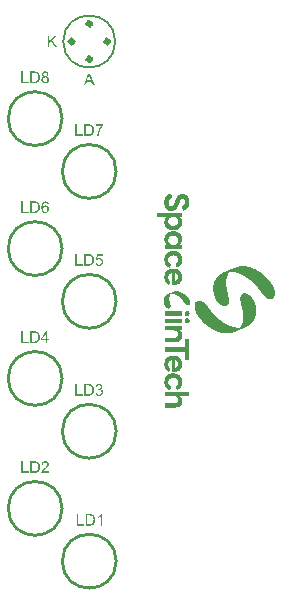
<source format=gto>
G04*
G04 #@! TF.GenerationSoftware,Altium Limited,Altium Designer,25.3.2 (17)*
G04*
G04 Layer_Color=65535*
%FSLAX44Y44*%
%MOMM*%
G71*
G04*
G04 #@! TF.SameCoordinates,D9C597C5-9DFD-42FE-9E8E-5E5B82B02BC8*
G04*
G04*
G04 #@! TF.FilePolarity,Positive*
G04*
G01*
G75*
%ADD10C,0.2540*%
%ADD11C,0.4000*%
%ADD12C,0.1500*%
G36*
X215737Y350508D02*
X215932D01*
Y349726D01*
X216128D01*
Y348945D01*
X216323D01*
Y348163D01*
X216519D01*
Y347577D01*
X216323D01*
Y347381D01*
X215737D01*
Y347186D01*
X215346D01*
Y346991D01*
X215151D01*
Y346795D01*
X214955D01*
Y346600D01*
X214564D01*
Y346209D01*
X214369D01*
Y346013D01*
X214174D01*
Y345818D01*
X213978D01*
Y345427D01*
X213783D01*
Y344646D01*
X213587D01*
Y342301D01*
X213783D01*
Y341519D01*
X213978D01*
Y341128D01*
X214174D01*
Y340933D01*
X214369D01*
Y340738D01*
X214564D01*
Y340542D01*
X214760D01*
Y340347D01*
X215542D01*
Y340151D01*
X215932D01*
Y340347D01*
X216519D01*
Y340542D01*
X216909D01*
Y340738D01*
X217105D01*
Y340933D01*
X217300D01*
Y341128D01*
X217496D01*
Y341324D01*
X217691D01*
Y341519D01*
X217886D01*
Y341910D01*
X218082D01*
Y342301D01*
X218277D01*
Y342692D01*
X218473D01*
Y343278D01*
X218668D01*
Y343864D01*
X218863D01*
Y344255D01*
X219059D01*
Y344841D01*
X219254D01*
Y345427D01*
X219450D01*
Y346013D01*
X219645D01*
Y346404D01*
X219840D01*
Y346795D01*
X220036D01*
Y347186D01*
X220231D01*
Y347577D01*
X220427D01*
Y347967D01*
X220622D01*
Y348163D01*
X220818D01*
Y348358D01*
X221013D01*
Y348749D01*
X221208D01*
Y348945D01*
X221404D01*
Y349140D01*
X221599D01*
Y349335D01*
X221794D01*
Y349531D01*
X222185D01*
Y349726D01*
X222381D01*
Y349922D01*
X222771D01*
Y350117D01*
X223162D01*
Y350312D01*
X223553D01*
Y350508D01*
X224530D01*
Y350703D01*
X226093D01*
Y350508D01*
X227070D01*
Y350312D01*
X227461D01*
Y350117D01*
X227852D01*
Y349922D01*
X228243D01*
Y349726D01*
X228438D01*
Y349531D01*
X228829D01*
Y349335D01*
X229024D01*
Y349140D01*
X229220D01*
Y348945D01*
X229415D01*
Y348749D01*
X229611D01*
Y348358D01*
X229806D01*
Y348163D01*
X230002D01*
Y347772D01*
X230197D01*
Y347577D01*
X230392D01*
Y347186D01*
X230588D01*
Y346600D01*
X230783D01*
Y346013D01*
X230979D01*
Y345037D01*
X231174D01*
Y342496D01*
X230979D01*
Y341324D01*
X230783D01*
Y340738D01*
X230588D01*
Y340347D01*
X230392D01*
Y339956D01*
X230197D01*
Y339565D01*
X230002D01*
Y339174D01*
X229806D01*
Y338979D01*
X229611D01*
Y338783D01*
X229415D01*
Y338588D01*
X229220D01*
Y338393D01*
X229024D01*
Y338197D01*
X228829D01*
Y338002D01*
X228634D01*
Y337807D01*
X228438D01*
Y337611D01*
X228047D01*
Y337416D01*
X227657D01*
Y337220D01*
X227461D01*
Y337025D01*
X226875D01*
Y336829D01*
X226484D01*
Y336634D01*
X225703D01*
Y337025D01*
X225507D01*
Y337807D01*
X225312D01*
Y338393D01*
X225116D01*
Y339174D01*
X224921D01*
Y339956D01*
X224725D01*
Y340347D01*
X224921D01*
Y340542D01*
X225312D01*
Y340738D01*
X225703D01*
Y340933D01*
X226093D01*
Y341128D01*
X226289D01*
Y341324D01*
X226484D01*
Y341519D01*
X226680D01*
Y341715D01*
X226875D01*
Y341910D01*
X227070D01*
Y342496D01*
X227266D01*
Y343473D01*
X227461D01*
Y344059D01*
X227266D01*
Y345232D01*
X227070D01*
Y345623D01*
X226875D01*
Y346013D01*
X226680D01*
Y346209D01*
X226484D01*
Y346404D01*
X226093D01*
Y346600D01*
X224725D01*
Y346404D01*
X224335D01*
Y346209D01*
X224139D01*
Y346013D01*
X223944D01*
Y345818D01*
X223748D01*
Y345623D01*
X223553D01*
Y345232D01*
X223358D01*
Y344841D01*
X223162D01*
Y344450D01*
X222967D01*
Y343864D01*
X222771D01*
Y343473D01*
X222576D01*
Y342887D01*
X222381D01*
Y342301D01*
X222185D01*
Y342105D01*
Y341715D01*
X221990D01*
Y341128D01*
X221794D01*
Y340542D01*
X221599D01*
Y340151D01*
X221404D01*
Y339761D01*
X221208D01*
Y339370D01*
X221013D01*
Y338979D01*
X220818D01*
Y338783D01*
X220622D01*
Y338393D01*
X220427D01*
Y338197D01*
X220231D01*
Y338002D01*
X220036D01*
Y337807D01*
X219840D01*
Y337611D01*
X219645D01*
Y337416D01*
X219450D01*
Y337220D01*
X219059D01*
Y337025D01*
X218863D01*
Y336829D01*
X218473D01*
Y336634D01*
X217886D01*
Y336439D01*
X217105D01*
Y336243D01*
X214564D01*
Y336439D01*
X213783D01*
Y336634D01*
X213392D01*
Y336829D01*
X213001D01*
Y337025D01*
X212610D01*
Y337220D01*
X212415D01*
Y337416D01*
X212220D01*
Y337611D01*
X212024D01*
Y337807D01*
X211829D01*
Y338002D01*
X211633D01*
Y338197D01*
X211438D01*
Y338393D01*
X211243D01*
Y338588D01*
X211047D01*
Y338979D01*
X210852D01*
Y339370D01*
X210656D01*
Y339761D01*
X210461D01*
Y340151D01*
X210266D01*
Y340738D01*
X210070D01*
Y341519D01*
X209875D01*
Y345427D01*
X210070D01*
Y346404D01*
X210266D01*
Y346795D01*
X210461D01*
Y347381D01*
X210656D01*
Y347772D01*
X210852D01*
Y347967D01*
X211047D01*
Y348358D01*
X211243D01*
Y348554D01*
X211438D01*
Y348749D01*
X211633D01*
Y349140D01*
X211829D01*
Y349335D01*
X212024D01*
Y349531D01*
X212415D01*
Y349726D01*
X212610D01*
Y349922D01*
X212806D01*
Y350117D01*
X213197D01*
Y350312D01*
X213392D01*
Y350508D01*
X213783D01*
Y350703D01*
X214174D01*
Y350899D01*
X214760D01*
Y351094D01*
X215737D01*
Y350508D01*
D02*
G37*
G36*
X224725Y331554D02*
X223748D01*
Y331358D01*
X222967D01*
Y331163D01*
X223358D01*
Y330967D01*
X223553D01*
Y330577D01*
X223748D01*
Y330381D01*
X223944D01*
Y330186D01*
X224139D01*
Y329795D01*
X224335D01*
Y329404D01*
X224530D01*
Y329013D01*
X224725D01*
Y328427D01*
X224921D01*
Y324910D01*
X224725D01*
Y324324D01*
X224530D01*
Y323737D01*
X224335D01*
Y323347D01*
X224139D01*
Y323151D01*
X223944D01*
Y322760D01*
X223748D01*
Y322565D01*
X223553D01*
Y322370D01*
X223358D01*
Y322174D01*
X223162D01*
Y321979D01*
X222967D01*
Y321783D01*
X222771D01*
Y321588D01*
X222576D01*
Y321393D01*
X222381D01*
Y321197D01*
X221990D01*
Y321002D01*
X221599D01*
Y320806D01*
X221404D01*
Y320611D01*
X220818D01*
Y320415D01*
X220231D01*
Y320220D01*
X219450D01*
Y320025D01*
X215346D01*
Y320220D01*
X214564D01*
Y320415D01*
X213978D01*
Y320611D01*
X213587D01*
Y320806D01*
X213197D01*
Y321002D01*
X212806D01*
Y321197D01*
X212610D01*
Y321393D01*
X212415D01*
Y321588D01*
X212024D01*
Y321783D01*
X211829D01*
Y321979D01*
X211633D01*
Y322174D01*
X211438D01*
Y322370D01*
X211243D01*
Y322760D01*
X211047D01*
Y322956D01*
X210852D01*
Y323347D01*
X210656D01*
Y323737D01*
X210461D01*
Y324128D01*
X210266D01*
Y324714D01*
X210070D01*
Y325691D01*
X209875D01*
Y327841D01*
X210070D01*
Y328623D01*
X210266D01*
Y329209D01*
X210461D01*
Y329599D01*
X210656D01*
Y329990D01*
X210852D01*
Y330186D01*
X211047D01*
Y330577D01*
X211243D01*
Y330772D01*
X211438D01*
Y330967D01*
X211633D01*
Y331163D01*
X204403D01*
Y331358D01*
X204208D01*
Y331554D01*
X204013D01*
Y334680D01*
X204208D01*
Y334875D01*
X224725D01*
Y331554D01*
D02*
G37*
G36*
X219450Y318852D02*
X220231D01*
Y318657D01*
X220818D01*
Y318461D01*
X221208D01*
Y318266D01*
X221599D01*
Y318071D01*
X221990D01*
Y317875D01*
X222381D01*
Y317680D01*
X222576D01*
Y317484D01*
X222771D01*
Y317289D01*
X222967D01*
Y317094D01*
X223162D01*
Y316898D01*
X223358D01*
Y316703D01*
X223553D01*
Y316507D01*
X223748D01*
Y316312D01*
X223944D01*
Y315921D01*
X224139D01*
Y315726D01*
X224335D01*
Y315335D01*
X224530D01*
Y314749D01*
X224725D01*
Y314163D01*
X224921D01*
Y310645D01*
X224725D01*
Y310059D01*
X224530D01*
Y309668D01*
X224335D01*
Y309277D01*
X224139D01*
Y308887D01*
X223944D01*
Y308691D01*
X223748D01*
Y308300D01*
X223553D01*
Y308105D01*
X223358D01*
Y307910D01*
X222967D01*
Y307714D01*
X223553D01*
Y307519D01*
X224725D01*
Y304197D01*
X210266D01*
Y307519D01*
X211243D01*
Y307714D01*
X211829D01*
Y307910D01*
X211633D01*
Y308105D01*
X211438D01*
Y308300D01*
X211243D01*
Y308496D01*
X211047D01*
Y308887D01*
X210852D01*
Y309082D01*
X210656D01*
Y309473D01*
X210461D01*
Y309864D01*
X210266D01*
Y310450D01*
X210070D01*
Y311231D01*
X209875D01*
Y313381D01*
X210070D01*
Y314358D01*
X210266D01*
Y314944D01*
X210461D01*
Y315335D01*
X210656D01*
Y315726D01*
X210852D01*
Y316117D01*
X211047D01*
Y316312D01*
X211243D01*
Y316703D01*
X211438D01*
Y316898D01*
X211633D01*
Y317094D01*
X211829D01*
Y317289D01*
X212024D01*
Y317484D01*
X212415D01*
Y317680D01*
X212610D01*
Y317875D01*
X213001D01*
Y318071D01*
X213197D01*
Y318266D01*
X213587D01*
Y318461D01*
X214174D01*
Y318657D01*
X214760D01*
Y318852D01*
X215542D01*
Y319048D01*
X219450D01*
Y318852D01*
D02*
G37*
G36*
X219059Y302243D02*
X220036D01*
Y302048D01*
X220622D01*
Y301852D01*
X221013D01*
Y301657D01*
X221404D01*
Y301461D01*
X221794D01*
Y301266D01*
X221990D01*
Y301070D01*
X222381D01*
Y300875D01*
X222576D01*
Y300680D01*
X222771D01*
Y300484D01*
X222967D01*
Y300289D01*
X223162D01*
Y300093D01*
X223358D01*
Y299898D01*
X223553D01*
Y299703D01*
X223748D01*
Y299312D01*
X223944D01*
Y298921D01*
X224139D01*
Y298726D01*
X224335D01*
Y298139D01*
X224530D01*
Y297749D01*
X224725D01*
Y296967D01*
X224921D01*
Y293059D01*
X224725D01*
Y292277D01*
X224530D01*
Y291691D01*
X224335D01*
Y291300D01*
X224139D01*
Y290910D01*
X223944D01*
Y290714D01*
X223748D01*
Y290323D01*
X223553D01*
Y290128D01*
X223358D01*
Y289932D01*
X223162D01*
Y289737D01*
X222967D01*
Y289542D01*
X222771D01*
Y289346D01*
X222381D01*
Y289151D01*
X222185D01*
Y288955D01*
X221794D01*
Y288760D01*
X221404D01*
Y288565D01*
X221013D01*
Y288369D01*
X220427D01*
Y288565D01*
X220231D01*
Y289151D01*
X220036D01*
Y289737D01*
X219840D01*
Y290519D01*
X219645D01*
Y291496D01*
X219840D01*
Y291691D01*
X220036D01*
Y291887D01*
X220427D01*
Y292082D01*
X220622D01*
Y292277D01*
X220818D01*
Y292473D01*
X221013D01*
Y292864D01*
X221208D01*
Y293254D01*
X221404D01*
Y293841D01*
X221599D01*
Y295795D01*
X221404D01*
Y296381D01*
X221208D01*
Y296772D01*
X221013D01*
Y297162D01*
X220818D01*
Y297358D01*
X220622D01*
Y297553D01*
X220427D01*
Y297749D01*
X220231D01*
Y297944D01*
X219840D01*
Y298139D01*
X219450D01*
Y298335D01*
X218863D01*
Y298530D01*
X217691D01*
Y298726D01*
X217300D01*
Y298530D01*
X215932D01*
Y298335D01*
X215542D01*
Y298139D01*
X215151D01*
Y297944D01*
X214760D01*
Y297749D01*
X214564D01*
Y297553D01*
X214369D01*
Y297358D01*
X214174D01*
Y297162D01*
X213978D01*
Y296967D01*
X213783D01*
Y296576D01*
X213587D01*
Y296185D01*
X213392D01*
Y293450D01*
X213587D01*
Y293059D01*
X213783D01*
Y292668D01*
X213978D01*
Y292473D01*
X214174D01*
Y292277D01*
X214369D01*
Y292082D01*
X214564D01*
Y291887D01*
X214955D01*
Y291691D01*
X215151D01*
Y291496D01*
X215346D01*
Y291300D01*
X215542D01*
Y291105D01*
X215346D01*
Y290323D01*
X215151D01*
Y289346D01*
X214955D01*
Y288565D01*
X214760D01*
Y288174D01*
X213978D01*
Y288369D01*
X213587D01*
Y288565D01*
X213197D01*
Y288760D01*
X212806D01*
Y288955D01*
X212610D01*
Y289151D01*
X212415D01*
Y289346D01*
X212024D01*
Y289542D01*
X211829D01*
Y289737D01*
X211633D01*
Y289932D01*
X211438D01*
Y290323D01*
X211243D01*
Y290519D01*
X211047D01*
Y290910D01*
X210852D01*
Y291105D01*
X210656D01*
Y291496D01*
X210461D01*
Y292082D01*
X210266D01*
Y292668D01*
X210070D01*
Y293645D01*
X209875D01*
Y296185D01*
X210070D01*
Y297162D01*
X210266D01*
Y297944D01*
X210461D01*
Y298335D01*
X210656D01*
Y298726D01*
X210852D01*
Y299116D01*
X211047D01*
Y299507D01*
X211243D01*
Y299703D01*
X211438D01*
Y299898D01*
X211633D01*
Y300289D01*
X211829D01*
Y300484D01*
X212024D01*
Y300680D01*
X212415D01*
Y300875D01*
X212610D01*
Y301070D01*
X212806D01*
Y301266D01*
X213197D01*
Y301461D01*
X213587D01*
Y301657D01*
X213783D01*
Y301852D01*
X214369D01*
Y302048D01*
X214955D01*
Y302243D01*
X215737D01*
Y302438D01*
X219059D01*
Y302243D01*
D02*
G37*
G36*
X218668Y287392D02*
X219840D01*
Y287197D01*
X220427D01*
Y287001D01*
X221013D01*
Y286806D01*
X221404D01*
Y286611D01*
X221599D01*
Y286415D01*
X221990D01*
Y286220D01*
X222185D01*
Y286024D01*
X222576D01*
Y285829D01*
X222771D01*
Y285634D01*
X222967D01*
Y285438D01*
X223162D01*
Y285243D01*
X223358D01*
Y285047D01*
X223553D01*
Y284657D01*
X223748D01*
Y284461D01*
X223944D01*
Y284070D01*
X224139D01*
Y283875D01*
X224335D01*
Y283289D01*
X224530D01*
Y282898D01*
X224725D01*
Y282116D01*
X224921D01*
Y278404D01*
X224725D01*
Y277622D01*
X224530D01*
Y277231D01*
X224335D01*
Y276840D01*
X224139D01*
Y276450D01*
X223944D01*
Y276254D01*
X223748D01*
Y275863D01*
X223553D01*
Y275668D01*
X223358D01*
Y275473D01*
X223162D01*
Y275277D01*
X222967D01*
Y275082D01*
X222771D01*
Y274886D01*
X222381D01*
Y274691D01*
X222185D01*
Y274496D01*
X221794D01*
Y274300D01*
X221404D01*
Y274105D01*
X221013D01*
Y273909D01*
X220427D01*
Y273714D01*
X219840D01*
Y273519D01*
X218863D01*
Y273323D01*
X216323D01*
Y283680D01*
X216128D01*
Y283484D01*
X215542D01*
Y283289D01*
X214955D01*
Y283093D01*
X214760D01*
Y282898D01*
X214369D01*
Y282703D01*
X214174D01*
Y282507D01*
X213978D01*
Y282312D01*
X213783D01*
Y281921D01*
X213587D01*
Y281530D01*
X213392D01*
Y280944D01*
X213197D01*
Y279381D01*
X213392D01*
Y278599D01*
X213587D01*
Y278208D01*
X213783D01*
Y277817D01*
X213978D01*
Y277622D01*
X214174D01*
Y277427D01*
X214369D01*
Y277231D01*
X214760D01*
Y277036D01*
X214955D01*
Y276059D01*
X214760D01*
Y275473D01*
X214564D01*
Y274886D01*
X214369D01*
Y274300D01*
X214174D01*
Y273909D01*
X213978D01*
Y273714D01*
X213587D01*
Y273909D01*
X213197D01*
Y274105D01*
X212806D01*
Y274300D01*
X212610D01*
Y274496D01*
X212415D01*
Y274691D01*
X212024D01*
Y274886D01*
X211829D01*
Y275082D01*
X211633D01*
Y275473D01*
X211438D01*
Y275668D01*
X211243D01*
Y275863D01*
X211047D01*
Y276254D01*
X210852D01*
Y276450D01*
X210656D01*
Y276840D01*
X210461D01*
Y277427D01*
X210266D01*
Y278013D01*
X210070D01*
Y278990D01*
X209875D01*
Y281335D01*
X210070D01*
Y282507D01*
X210266D01*
Y283093D01*
X210461D01*
Y283484D01*
X210656D01*
Y283875D01*
X210852D01*
Y284266D01*
X211047D01*
Y284657D01*
X211243D01*
Y284852D01*
X211438D01*
Y285047D01*
X211633D01*
Y285243D01*
X211829D01*
Y285438D01*
X212024D01*
Y285634D01*
X212220D01*
Y285829D01*
X212415D01*
Y286024D01*
X212610D01*
Y286220D01*
X213001D01*
Y286415D01*
X213197D01*
Y286611D01*
X213587D01*
Y286806D01*
X213978D01*
Y287001D01*
X214564D01*
Y287197D01*
X215151D01*
Y287392D01*
X216128D01*
Y287588D01*
X218668D01*
Y287392D01*
D02*
G37*
G36*
X278462Y289346D02*
X279830D01*
Y289151D01*
X280807D01*
Y288955D01*
X281588D01*
Y288760D01*
X282370D01*
Y288565D01*
X282956D01*
Y288369D01*
X283542D01*
Y288174D01*
X284128D01*
Y287978D01*
X284519D01*
Y287783D01*
X285105D01*
Y287588D01*
X285496D01*
Y287392D01*
X286082D01*
Y287197D01*
X286473D01*
Y287001D01*
X286864D01*
Y286806D01*
X287255D01*
Y286611D01*
X287646D01*
Y286415D01*
X288036D01*
Y286220D01*
X288232D01*
Y286024D01*
X288623D01*
Y285829D01*
X289014D01*
Y285634D01*
X289404D01*
Y285438D01*
X289600D01*
Y285243D01*
X289991D01*
Y285047D01*
X290186D01*
Y284852D01*
X290577D01*
Y284657D01*
X290772D01*
Y284461D01*
X291163D01*
Y284266D01*
X291358D01*
Y284070D01*
X291749D01*
Y283875D01*
X291945D01*
Y283680D01*
X292140D01*
Y283484D01*
X292531D01*
Y283289D01*
X292726D01*
Y283093D01*
X292922D01*
Y282898D01*
X293312D01*
Y282703D01*
X293508D01*
Y282507D01*
X293703D01*
Y282312D01*
X293899D01*
Y282116D01*
X294289D01*
Y281921D01*
X294485D01*
Y281726D01*
X294680D01*
Y281530D01*
X294876D01*
Y281335D01*
X295071D01*
Y281139D01*
X295266D01*
Y280944D01*
X295462D01*
Y280749D01*
X295657D01*
Y280553D01*
X295853D01*
Y280358D01*
X296048D01*
Y280162D01*
X296243D01*
Y279967D01*
X296439D01*
Y279771D01*
X296634D01*
Y279576D01*
X296830D01*
Y279381D01*
X297025D01*
Y279185D01*
X297220D01*
Y278990D01*
X297416D01*
Y278794D01*
X297611D01*
Y278599D01*
X297807D01*
Y278404D01*
X298002D01*
Y278013D01*
X298197D01*
Y277817D01*
X298393D01*
Y277622D01*
X298588D01*
Y277427D01*
X298784D01*
Y277231D01*
X298979D01*
Y276840D01*
X299175D01*
Y276645D01*
X299370D01*
Y276450D01*
X299565D01*
Y276059D01*
X299761D01*
Y275863D01*
X299956D01*
Y275668D01*
X300152D01*
Y275277D01*
X300347D01*
Y275082D01*
X300542D01*
Y274691D01*
X300738D01*
Y274496D01*
X300933D01*
Y274105D01*
X301129D01*
Y273909D01*
X301324D01*
Y273519D01*
X301519D01*
Y273128D01*
X301715D01*
Y272932D01*
X301910D01*
Y272542D01*
X302106D01*
Y272151D01*
X302301D01*
Y271760D01*
X302496D01*
Y271174D01*
X302692D01*
Y270783D01*
X302887D01*
Y270001D01*
X303083D01*
Y269415D01*
X303278D01*
Y268438D01*
X303473D01*
Y265116D01*
X303278D01*
Y264530D01*
X303083D01*
Y263944D01*
X302887D01*
Y263553D01*
X302692D01*
Y263358D01*
X302496D01*
Y262967D01*
X302301D01*
Y262771D01*
X302106D01*
Y262576D01*
X301910D01*
Y262381D01*
X301519D01*
Y262185D01*
X301129D01*
Y261990D01*
X300738D01*
Y261794D01*
X299761D01*
Y261599D01*
X299175D01*
Y261794D01*
X298197D01*
Y261990D01*
X297807D01*
Y262185D01*
X297220D01*
Y262381D01*
X296830D01*
Y262576D01*
X296634D01*
Y262771D01*
X296243D01*
Y262967D01*
X296048D01*
Y263162D01*
X295657D01*
Y263358D01*
X295462D01*
Y263553D01*
X295266D01*
Y263748D01*
X295071D01*
Y263944D01*
X294876D01*
Y264139D01*
X294680D01*
Y264335D01*
X294485D01*
Y264530D01*
X294289D01*
Y264725D01*
X294094D01*
Y264921D01*
X293899D01*
Y265116D01*
X293703D01*
Y265312D01*
X293508D01*
Y265507D01*
X293312D01*
Y265702D01*
X293117D01*
Y265898D01*
X292922D01*
Y266093D01*
X292726D01*
Y266484D01*
X292531D01*
Y266679D01*
X292335D01*
Y266875D01*
X292140D01*
Y267070D01*
X291945D01*
Y267461D01*
X291749D01*
Y267656D01*
X291554D01*
Y268047D01*
X291358D01*
Y268243D01*
X291163D01*
Y268438D01*
X290968D01*
Y268829D01*
X290772D01*
Y269024D01*
X290577D01*
Y269415D01*
X290381D01*
Y269610D01*
X290186D01*
Y270001D01*
X289991D01*
Y270197D01*
X289795D01*
Y270392D01*
X289600D01*
Y270783D01*
X289404D01*
Y270978D01*
X289209D01*
Y271174D01*
X289014D01*
Y271369D01*
X288818D01*
Y271760D01*
X288623D01*
Y271955D01*
X288427D01*
Y272151D01*
X288232D01*
Y272346D01*
X288036D01*
Y272542D01*
X287841D01*
Y272932D01*
X287646D01*
Y273128D01*
X287450D01*
Y273323D01*
X287255D01*
Y273519D01*
X287059D01*
Y273714D01*
X286864D01*
Y273909D01*
X286669D01*
Y274105D01*
X286473D01*
Y274300D01*
X286278D01*
Y274496D01*
X286082D01*
Y274691D01*
X285887D01*
Y274886D01*
X285692D01*
Y275082D01*
X285496D01*
Y275277D01*
X285301D01*
Y275473D01*
X285105D01*
Y275668D01*
X284910D01*
Y275863D01*
X284715D01*
Y276059D01*
X284519D01*
Y276254D01*
X284324D01*
Y276450D01*
X284128D01*
Y276645D01*
X283738D01*
Y276840D01*
X283542D01*
Y277036D01*
X283347D01*
Y277231D01*
X283151D01*
Y277427D01*
X282956D01*
Y277622D01*
X282565D01*
Y277817D01*
X282370D01*
Y278013D01*
X282174D01*
Y278208D01*
X281979D01*
Y278404D01*
X281588D01*
Y278599D01*
X281393D01*
Y278794D01*
X281197D01*
Y278990D01*
X280807D01*
Y279185D01*
X280611D01*
Y279381D01*
X280220D01*
Y279576D01*
X280025D01*
Y279771D01*
X279634D01*
Y279967D01*
X279439D01*
Y280162D01*
X279048D01*
Y280358D01*
X278853D01*
Y280553D01*
X278462D01*
Y280749D01*
X278071D01*
Y280944D01*
X277875D01*
Y281139D01*
X277485D01*
Y281335D01*
X277094D01*
Y281530D01*
X276703D01*
Y281726D01*
X276312D01*
Y281921D01*
X275921D01*
Y282116D01*
X275531D01*
Y282312D01*
X275140D01*
Y282507D01*
X274749D01*
Y282703D01*
X274358D01*
Y282898D01*
X273772D01*
Y283093D01*
X273381D01*
Y283289D01*
X272795D01*
Y283484D01*
X272209D01*
Y283680D01*
X271623D01*
Y283875D01*
X271036D01*
Y284070D01*
X270255D01*
Y284266D01*
X269473D01*
Y284461D01*
X268496D01*
Y284657D01*
X266933D01*
Y284852D01*
X265174D01*
Y284461D01*
X264979D01*
Y284266D01*
X264783D01*
Y284070D01*
X264588D01*
Y283680D01*
X264393D01*
Y283484D01*
X264197D01*
Y283093D01*
X264002D01*
Y282703D01*
X263806D01*
Y282312D01*
X263611D01*
Y281921D01*
X263416D01*
Y281530D01*
X263220D01*
Y280944D01*
X263025D01*
Y280162D01*
X262829D01*
Y279576D01*
X262634D01*
Y278404D01*
X262439D01*
Y276450D01*
X262243D01*
Y274691D01*
X262439D01*
Y272346D01*
X262634D01*
Y270978D01*
X262829D01*
Y269806D01*
X263025D01*
Y268829D01*
X263220D01*
Y267852D01*
X263416D01*
Y267070D01*
X263611D01*
Y266289D01*
X263806D01*
Y265312D01*
X264002D01*
Y264335D01*
X264197D01*
Y263358D01*
X264393D01*
Y262185D01*
X264588D01*
Y258082D01*
X264393D01*
Y257495D01*
X264197D01*
Y257105D01*
X264002D01*
Y256909D01*
X263806D01*
Y256714D01*
X263611D01*
Y256518D01*
X263416D01*
Y256323D01*
X263220D01*
Y256127D01*
X262829D01*
Y255932D01*
X262048D01*
Y255737D01*
X260485D01*
Y255932D01*
X259508D01*
Y256127D01*
X258921D01*
Y256323D01*
X258531D01*
Y256518D01*
X258140D01*
Y256714D01*
X257749D01*
Y256909D01*
X257358D01*
Y257105D01*
X257163D01*
Y257300D01*
X256772D01*
Y257495D01*
X256576D01*
Y257691D01*
X256381D01*
Y257886D01*
X256186D01*
Y258082D01*
X255990D01*
Y258277D01*
X255795D01*
Y258472D01*
X255599D01*
Y258668D01*
X255404D01*
Y258863D01*
X255209D01*
Y259059D01*
X255013D01*
Y259254D01*
X254818D01*
Y259449D01*
X254622D01*
Y259840D01*
X254427D01*
Y260036D01*
X254232D01*
Y260426D01*
X254036D01*
Y260622D01*
X253841D01*
Y261013D01*
X253645D01*
Y261404D01*
X253450D01*
Y261794D01*
X253255D01*
Y262185D01*
X253059D01*
Y262576D01*
X252864D01*
Y262967D01*
X252668D01*
Y263553D01*
X252473D01*
Y263944D01*
X252278D01*
Y264725D01*
X252082D01*
Y265312D01*
X251887D01*
Y266289D01*
X251691D01*
Y267461D01*
X251496D01*
Y273323D01*
X251691D01*
Y274496D01*
X251887D01*
Y275277D01*
X252082D01*
Y276059D01*
X252278D01*
Y276645D01*
X252473D01*
Y277036D01*
X252668D01*
Y277427D01*
X252864D01*
Y277817D01*
X253059D01*
Y278208D01*
X253255D01*
Y278599D01*
X253450D01*
Y278990D01*
X253645D01*
Y279185D01*
X253841D01*
Y279576D01*
X254036D01*
Y279771D01*
X254232D01*
Y279967D01*
X254427D01*
Y280358D01*
X254622D01*
Y280553D01*
X254818D01*
Y280749D01*
X255013D01*
Y280944D01*
X255209D01*
Y281139D01*
X255404D01*
Y281335D01*
X255599D01*
Y281530D01*
X255795D01*
Y281726D01*
X256186D01*
Y281921D01*
X256381D01*
Y282116D01*
X256576D01*
Y282312D01*
X256967D01*
Y282507D01*
X257163D01*
Y282703D01*
X257554D01*
Y282898D01*
X257749D01*
Y283093D01*
X258140D01*
Y283289D01*
X258531D01*
Y283484D01*
X258921D01*
Y283680D01*
X259117D01*
Y283875D01*
X259508D01*
Y284070D01*
X259898D01*
Y284266D01*
X260289D01*
Y284461D01*
X260680D01*
Y284657D01*
X261071D01*
Y284852D01*
X261657D01*
Y285047D01*
X262048D01*
Y285243D01*
X262439D01*
Y285438D01*
X262829D01*
Y285634D01*
X263220D01*
Y285829D01*
X263806D01*
Y286024D01*
X264197D01*
Y286220D01*
X264588D01*
Y286415D01*
X265174D01*
Y286611D01*
X265565D01*
Y286806D01*
X266151D01*
Y287001D01*
X266542D01*
Y287197D01*
X267128D01*
Y287392D01*
X267519D01*
Y287588D01*
X268105D01*
Y287783D01*
X268692D01*
Y287978D01*
X269278D01*
Y288174D01*
X269669D01*
Y288369D01*
X270255D01*
Y288565D01*
X270646D01*
Y288760D01*
X271427D01*
Y288955D01*
X272013D01*
Y289151D01*
X272795D01*
Y289346D01*
X273967D01*
Y289542D01*
X278462D01*
Y289346D01*
D02*
G37*
G36*
X220818Y268243D02*
X221990D01*
Y268047D01*
X222771D01*
Y267852D01*
X223358D01*
Y267656D01*
X223944D01*
Y267461D01*
X224335D01*
Y267266D01*
X224725D01*
Y267070D01*
X225116D01*
Y266875D01*
X225507D01*
Y266679D01*
X225898D01*
Y266484D01*
X226093D01*
Y266289D01*
X226484D01*
Y266093D01*
X226680D01*
Y265898D01*
X227070D01*
Y265702D01*
X227266D01*
Y265507D01*
X227461D01*
Y265312D01*
X227657D01*
Y265116D01*
X227852D01*
Y264921D01*
X228243D01*
Y264725D01*
X228438D01*
Y264530D01*
X228634D01*
Y264335D01*
X228829D01*
Y264139D01*
X229024D01*
Y263944D01*
X229220D01*
Y263748D01*
X229415D01*
Y263358D01*
X229611D01*
Y263162D01*
X229806D01*
Y262967D01*
X230002D01*
Y262771D01*
X230197D01*
Y262576D01*
X230392D01*
Y262185D01*
X230588D01*
Y261990D01*
X230783D01*
Y261599D01*
X230979D01*
Y261404D01*
X231174D01*
Y261013D01*
X231369D01*
Y260622D01*
X231565D01*
Y260036D01*
X231760D01*
Y259254D01*
X231956D01*
Y257691D01*
X231760D01*
Y257105D01*
X231565D01*
Y256909D01*
X231369D01*
Y256714D01*
X231174D01*
Y256518D01*
X230979D01*
Y256323D01*
X229220D01*
Y256518D01*
X228829D01*
Y256714D01*
X228634D01*
Y256909D01*
X228438D01*
Y257105D01*
X228047D01*
Y257300D01*
X227852D01*
Y257495D01*
X227657D01*
Y257691D01*
X227461D01*
Y258082D01*
X227266D01*
Y258277D01*
X227070D01*
Y258472D01*
X226875D01*
Y258668D01*
X226680D01*
Y259059D01*
X226484D01*
Y259254D01*
X226289D01*
Y259645D01*
X226093D01*
Y259840D01*
X225898D01*
Y260036D01*
X225703D01*
Y260426D01*
X225507D01*
Y260622D01*
X225312D01*
Y260817D01*
X225116D01*
Y261013D01*
X224921D01*
Y261208D01*
X224725D01*
Y261404D01*
X224530D01*
Y261794D01*
X224335D01*
Y261990D01*
X224139D01*
Y262185D01*
X223748D01*
Y262381D01*
X223553D01*
Y262576D01*
X223358D01*
Y262771D01*
X223162D01*
Y262967D01*
X222967D01*
Y263162D01*
X222771D01*
Y263358D01*
X222576D01*
Y263553D01*
X222185D01*
Y263748D01*
X221990D01*
Y263944D01*
X221599D01*
Y264139D01*
X221404D01*
Y264335D01*
X221013D01*
Y264530D01*
X220622D01*
Y264725D01*
X220427D01*
Y264921D01*
X220036D01*
Y265116D01*
X219645D01*
Y265312D01*
X219059D01*
Y265507D01*
X218668D01*
Y265702D01*
X218082D01*
Y265898D01*
X217300D01*
Y266093D01*
X216128D01*
Y266289D01*
X215346D01*
Y266093D01*
X215151D01*
Y265702D01*
X214955D01*
Y265507D01*
X214760D01*
Y265116D01*
X214564D01*
Y264530D01*
X214369D01*
Y263748D01*
X214174D01*
Y260426D01*
X214369D01*
Y259254D01*
X214564D01*
Y258472D01*
X214760D01*
Y257495D01*
X214955D01*
Y256518D01*
X215151D01*
Y254760D01*
X214955D01*
Y254174D01*
X214760D01*
Y253978D01*
X214369D01*
Y253783D01*
X213978D01*
Y253587D01*
X213392D01*
Y253783D01*
X212610D01*
Y253978D01*
X212220D01*
Y254174D01*
X211829D01*
Y254369D01*
X211633D01*
Y254564D01*
X211438D01*
Y254760D01*
X211243D01*
Y254955D01*
X211047D01*
Y255151D01*
X210852D01*
Y255346D01*
X210656D01*
Y255541D01*
X210461D01*
Y255932D01*
X210266D01*
Y256323D01*
X210070D01*
Y256714D01*
X209875D01*
Y257105D01*
X209679D01*
Y257886D01*
X209484D01*
Y258863D01*
X209289D01*
Y261208D01*
X209484D01*
Y262185D01*
X209679D01*
Y262771D01*
X209875D01*
Y263358D01*
X210070D01*
Y263553D01*
X210266D01*
Y263944D01*
X210461D01*
Y264139D01*
X210656D01*
Y264530D01*
X210852D01*
Y264725D01*
X211047D01*
Y264921D01*
X211438D01*
Y265116D01*
X211633D01*
Y265312D01*
X211829D01*
Y265507D01*
X212220D01*
Y265702D01*
X212610D01*
Y265898D01*
X213001D01*
Y266093D01*
X213392D01*
Y266289D01*
X213783D01*
Y266484D01*
X214174D01*
Y266679D01*
X214564D01*
Y266875D01*
X215151D01*
Y267070D01*
X215542D01*
Y267266D01*
X216128D01*
Y267461D01*
X216519D01*
Y267656D01*
X217105D01*
Y267852D01*
X217691D01*
Y268047D01*
X218277D01*
Y268243D01*
X219450D01*
Y268438D01*
X220818D01*
Y268243D01*
D02*
G37*
G36*
X224530Y251047D02*
X224725D01*
Y247530D01*
X210266D01*
Y251242D01*
X224530D01*
Y251047D01*
D02*
G37*
G36*
X230197Y251242D02*
X230588D01*
Y251047D01*
X230783D01*
Y250852D01*
X230979D01*
Y250461D01*
X231174D01*
Y249875D01*
X231369D01*
Y248898D01*
X231174D01*
Y248311D01*
X230979D01*
Y247921D01*
X230783D01*
Y247725D01*
X230588D01*
Y247530D01*
X230197D01*
Y247334D01*
X229806D01*
Y247139D01*
X228829D01*
Y247334D01*
X228243D01*
Y247530D01*
X228047D01*
Y247725D01*
X227657D01*
Y248116D01*
X227461D01*
Y248507D01*
X227266D01*
Y250265D01*
X227461D01*
Y250656D01*
X227657D01*
Y250852D01*
X227852D01*
Y251047D01*
X228047D01*
Y251242D01*
X228243D01*
Y251438D01*
X230197D01*
Y251242D01*
D02*
G37*
G36*
X224725Y241472D02*
X224530D01*
Y241277D01*
X210461D01*
Y241472D01*
X210266D01*
Y244989D01*
X224725D01*
Y241472D01*
D02*
G37*
G36*
X230002Y245185D02*
X230392D01*
Y244989D01*
X230588D01*
Y244794D01*
X230783D01*
Y244599D01*
X230979D01*
Y244403D01*
X231174D01*
Y243817D01*
X231369D01*
Y242645D01*
X231174D01*
Y242058D01*
X230979D01*
Y241863D01*
X230783D01*
Y241668D01*
X230588D01*
Y241472D01*
X230392D01*
Y241277D01*
X230002D01*
Y241081D01*
X228438D01*
Y241277D01*
X228047D01*
Y241472D01*
X227852D01*
Y241668D01*
X227657D01*
Y241863D01*
X227461D01*
Y242058D01*
Y242254D01*
X227266D01*
Y244208D01*
X227461D01*
Y244403D01*
X227657D01*
Y244794D01*
X227852D01*
Y244989D01*
X228243D01*
Y245185D01*
X228438D01*
Y245380D01*
X230002D01*
Y245185D01*
D02*
G37*
G36*
X278657Y266289D02*
X279439D01*
Y266093D01*
X280025D01*
Y265898D01*
X280416D01*
Y265702D01*
X280807D01*
Y265507D01*
X281197D01*
Y265312D01*
X281588D01*
Y265116D01*
X281979D01*
Y264921D01*
X282174D01*
Y264725D01*
X282370D01*
Y264530D01*
X282565D01*
Y264335D01*
X282956D01*
Y264139D01*
X283151D01*
Y263944D01*
X283347D01*
Y263748D01*
X283542D01*
Y263553D01*
X283738D01*
Y263162D01*
X283933D01*
Y262967D01*
X284128D01*
Y262771D01*
X284324D01*
Y262576D01*
X284519D01*
Y262185D01*
X284715D01*
Y261990D01*
X284910D01*
Y261599D01*
X285105D01*
Y261404D01*
X285301D01*
Y261013D01*
X285496D01*
Y260622D01*
X285692D01*
Y260231D01*
X285887D01*
Y259840D01*
X286082D01*
Y259449D01*
X286278D01*
Y258863D01*
X286473D01*
Y258277D01*
X286669D01*
Y257691D01*
X286864D01*
Y257105D01*
X287059D01*
Y256323D01*
X287255D01*
Y255346D01*
X287450D01*
Y253587D01*
X287646D01*
Y250265D01*
X287450D01*
Y248311D01*
X287255D01*
Y247334D01*
X287059D01*
Y246553D01*
X286864D01*
Y245966D01*
X286669D01*
Y245380D01*
X286473D01*
Y244989D01*
X286278D01*
Y244599D01*
X286082D01*
Y244208D01*
X285887D01*
Y243817D01*
X285692D01*
Y243426D01*
X285496D01*
Y243036D01*
X285301D01*
Y242840D01*
X285105D01*
Y242645D01*
X284910D01*
Y242254D01*
X284715D01*
Y242058D01*
X284519D01*
Y241863D01*
X284324D01*
Y241668D01*
X284128D01*
Y241472D01*
X283933D01*
Y241277D01*
X283738D01*
Y241081D01*
X283542D01*
Y240886D01*
X283347D01*
Y240691D01*
X283151D01*
Y240495D01*
X282956D01*
Y240300D01*
X282761D01*
Y240104D01*
X282370D01*
Y239909D01*
X282174D01*
Y239714D01*
X281979D01*
Y239518D01*
X281588D01*
Y239323D01*
X281393D01*
Y239127D01*
X281002D01*
Y238932D01*
X280611D01*
Y238737D01*
X280220D01*
Y238541D01*
X279830D01*
Y238346D01*
X279439D01*
Y238150D01*
X279048D01*
Y237955D01*
X278657D01*
Y237759D01*
X278266D01*
Y237564D01*
X277875D01*
Y237369D01*
X277485D01*
Y237173D01*
X277094D01*
Y236978D01*
X276703D01*
Y236782D01*
X276117D01*
Y236587D01*
X275726D01*
Y236392D01*
X275335D01*
Y236196D01*
X274944D01*
Y236001D01*
X274358D01*
Y235805D01*
X273967D01*
Y235610D01*
X273381D01*
Y235415D01*
X272990D01*
Y235219D01*
X272404D01*
Y235024D01*
X272013D01*
Y234828D01*
X271427D01*
Y234633D01*
X271036D01*
Y234438D01*
X270450D01*
Y234242D01*
X269864D01*
Y234047D01*
X269278D01*
Y233851D01*
X268887D01*
Y233656D01*
X268105D01*
Y233461D01*
X267715D01*
Y233265D01*
X266933D01*
Y233070D01*
X266347D01*
Y232874D01*
X265370D01*
Y232679D01*
X260094D01*
Y232874D01*
X259117D01*
Y233070D01*
X258140D01*
Y233265D01*
X257358D01*
Y233461D01*
X256576D01*
Y233656D01*
X255990D01*
Y233851D01*
X255404D01*
Y234047D01*
X254818D01*
Y234242D01*
X254427D01*
Y234438D01*
X253841D01*
Y234633D01*
X253450D01*
Y234828D01*
X253059D01*
Y235024D01*
X252473D01*
Y235219D01*
X252082D01*
Y235415D01*
X251691D01*
Y235610D01*
X251301D01*
Y235805D01*
X250910D01*
Y236001D01*
X250714D01*
Y236196D01*
X250324D01*
Y236392D01*
X249933D01*
Y236587D01*
X249737D01*
Y236782D01*
X249347D01*
Y236978D01*
X248956D01*
Y237173D01*
X248760D01*
Y237369D01*
X248370D01*
Y237564D01*
X248174D01*
Y237759D01*
X247783D01*
Y237955D01*
X247588D01*
Y238150D01*
X247197D01*
Y238346D01*
X247002D01*
Y238541D01*
X246806D01*
Y238737D01*
X246415D01*
Y238932D01*
X246220D01*
Y239127D01*
X246025D01*
Y239323D01*
X245829D01*
Y239518D01*
X245438D01*
Y239714D01*
X245243D01*
Y239909D01*
X245048D01*
Y240104D01*
X244852D01*
Y240300D01*
X244657D01*
Y240495D01*
X244461D01*
Y240691D01*
X244071D01*
Y240886D01*
X243875D01*
Y241081D01*
X243680D01*
Y241277D01*
X243484D01*
Y241472D01*
X243289D01*
Y241668D01*
X243093D01*
Y241863D01*
X242898D01*
Y242058D01*
X242703D01*
Y242254D01*
X242507D01*
Y242449D01*
X242312D01*
Y242645D01*
X242117D01*
Y242840D01*
X241921D01*
Y243036D01*
X241726D01*
Y243231D01*
X241530D01*
Y243622D01*
X241335D01*
Y243817D01*
X241140D01*
Y244013D01*
X240944D01*
Y244208D01*
X240749D01*
Y244403D01*
X240553D01*
Y244599D01*
X240358D01*
Y244794D01*
X240163D01*
Y245185D01*
X239967D01*
Y245380D01*
X239772D01*
Y245576D01*
X239576D01*
Y245966D01*
X239381D01*
Y246162D01*
X239185D01*
Y246357D01*
X238990D01*
Y246748D01*
X238795D01*
Y246943D01*
X238599D01*
Y247334D01*
X238404D01*
Y247530D01*
X238208D01*
Y247921D01*
X238013D01*
Y248116D01*
X237818D01*
Y248507D01*
X237622D01*
Y248702D01*
X237427D01*
Y249093D01*
X237231D01*
Y249484D01*
X237036D01*
Y249875D01*
X236841D01*
Y250265D01*
X236645D01*
Y250656D01*
X236450D01*
Y251242D01*
X236254D01*
Y251633D01*
X236059D01*
Y252415D01*
X235864D01*
Y253197D01*
X235668D01*
Y256909D01*
Y257105D01*
Y257495D01*
X235864D01*
Y258082D01*
X236059D01*
Y258472D01*
X236254D01*
Y258863D01*
X236450D01*
Y259059D01*
X236645D01*
Y259254D01*
X236841D01*
Y259449D01*
X237036D01*
Y259645D01*
X237231D01*
Y259840D01*
X237427D01*
Y260036D01*
X237818D01*
Y260231D01*
X238404D01*
Y260426D01*
X240749D01*
Y260231D01*
X241335D01*
Y260036D01*
X241726D01*
Y259840D01*
X242117D01*
Y259645D01*
X242507D01*
Y259449D01*
X242703D01*
Y259254D01*
X243093D01*
Y259059D01*
X243289D01*
Y258863D01*
X243484D01*
Y258668D01*
X243680D01*
Y258472D01*
X244071D01*
Y258277D01*
X244266D01*
Y258082D01*
X244461D01*
Y257886D01*
X244657D01*
Y257691D01*
X244852D01*
Y257495D01*
X245048D01*
Y257300D01*
X245243D01*
Y257105D01*
X245438D01*
Y256714D01*
X245634D01*
Y256518D01*
X245829D01*
Y256323D01*
X246025D01*
Y256127D01*
X246220D01*
Y255932D01*
X246415D01*
Y255541D01*
X246611D01*
Y255346D01*
X246806D01*
Y255151D01*
X247002D01*
Y254955D01*
X247197D01*
Y254564D01*
X247392D01*
Y254369D01*
X247588D01*
Y254174D01*
X247783D01*
Y253783D01*
X247979D01*
Y253587D01*
X248174D01*
Y253197D01*
X248370D01*
Y253001D01*
X248565D01*
Y252610D01*
X248760D01*
Y252415D01*
X248956D01*
Y252220D01*
X249151D01*
Y251829D01*
X249347D01*
Y251633D01*
X249542D01*
Y251438D01*
X249737D01*
Y251047D01*
X249933D01*
Y250852D01*
X250128D01*
Y250656D01*
X250324D01*
Y250265D01*
X250519D01*
Y250070D01*
X250714D01*
Y249875D01*
X250910D01*
Y249679D01*
X251105D01*
Y249484D01*
X251301D01*
Y249288D01*
X251496D01*
Y248898D01*
X251691D01*
Y248702D01*
X251887D01*
Y248507D01*
X252082D01*
Y248311D01*
X252278D01*
Y248116D01*
X252473D01*
Y247921D01*
X252668D01*
Y247725D01*
X252864D01*
Y247530D01*
X253059D01*
Y247334D01*
X253255D01*
Y247139D01*
X253450D01*
Y246943D01*
X253645D01*
Y246748D01*
X253841D01*
Y246553D01*
X254036D01*
Y246357D01*
X254232D01*
Y246162D01*
X254427D01*
Y245966D01*
X254622D01*
Y245771D01*
X255013D01*
Y245576D01*
X255209D01*
Y245380D01*
X255404D01*
Y245185D01*
X255599D01*
Y244989D01*
X255795D01*
Y244794D01*
X256186D01*
Y244599D01*
X256381D01*
Y244403D01*
X256576D01*
Y244208D01*
X256772D01*
Y244013D01*
X257163D01*
Y243817D01*
X257358D01*
Y243622D01*
X257554D01*
Y243426D01*
X257944D01*
Y243231D01*
X258140D01*
Y243036D01*
X258335D01*
Y242840D01*
X258726D01*
Y242645D01*
X258921D01*
Y242449D01*
X259312D01*
Y242254D01*
X259508D01*
Y242058D01*
X259898D01*
Y241863D01*
X260289D01*
Y241668D01*
X260485D01*
Y241472D01*
X260875D01*
Y241277D01*
X261266D01*
Y241081D01*
X261462D01*
Y240886D01*
X261852D01*
Y240691D01*
X262243D01*
Y240495D01*
X262634D01*
Y240300D01*
X263025D01*
Y240104D01*
X263416D01*
Y239909D01*
X263806D01*
Y239714D01*
X264197D01*
Y239518D01*
X264588D01*
Y239323D01*
X265174D01*
Y239127D01*
X265565D01*
Y238932D01*
X266151D01*
Y238737D01*
X266737D01*
Y238541D01*
X267324D01*
Y238346D01*
X267910D01*
Y238150D01*
X268692D01*
Y237955D01*
X269473D01*
Y237759D01*
X270646D01*
Y237564D01*
X272013D01*
Y237369D01*
X273772D01*
Y237564D01*
X273967D01*
Y237759D01*
X274163D01*
Y238150D01*
X274358D01*
Y238346D01*
X274554D01*
Y238737D01*
X274749D01*
Y238932D01*
X274944D01*
Y239323D01*
X275140D01*
Y239714D01*
X275335D01*
Y240104D01*
X275531D01*
Y240691D01*
X275726D01*
Y241081D01*
X275921D01*
Y241668D01*
X276117D01*
Y242449D01*
X276312D01*
Y243426D01*
X276508D01*
Y245185D01*
X276703D01*
Y248116D01*
X276508D01*
Y250070D01*
X276312D01*
Y251438D01*
X276117D01*
Y252610D01*
X275921D01*
Y253587D01*
X275726D01*
Y254564D01*
X275531D01*
Y255346D01*
X275335D01*
Y256127D01*
X275140D01*
Y257105D01*
X274944D01*
Y258082D01*
X274749D01*
Y259059D01*
X274554D01*
Y260426D01*
X274358D01*
Y263748D01*
X274554D01*
Y264530D01*
X274749D01*
Y264921D01*
X274944D01*
Y265312D01*
X275140D01*
Y265507D01*
X275335D01*
Y265702D01*
X275531D01*
Y265898D01*
X275921D01*
Y266093D01*
X276312D01*
Y266289D01*
X276898D01*
Y266484D01*
X278657D01*
Y266289D01*
D02*
G37*
G36*
X224530Y238737D02*
X224725D01*
Y235610D01*
X224530D01*
Y235415D01*
X222967D01*
Y235219D01*
X223162D01*
Y235024D01*
X223358D01*
Y234828D01*
X223553D01*
Y234633D01*
X223748D01*
Y234438D01*
X223944D01*
Y234047D01*
X224139D01*
Y233851D01*
X224335D01*
Y233461D01*
X224530D01*
Y232874D01*
X224725D01*
Y232288D01*
X224921D01*
Y228966D01*
X224725D01*
Y228380D01*
X224530D01*
Y227794D01*
X224335D01*
Y227598D01*
X224139D01*
Y227208D01*
X223944D01*
Y227012D01*
X223748D01*
Y226817D01*
X223553D01*
Y226621D01*
X223358D01*
Y226426D01*
X223162D01*
Y226231D01*
X222771D01*
Y226035D01*
X222576D01*
Y225840D01*
X221990D01*
Y225644D01*
X221404D01*
Y225449D01*
X220231D01*
Y225254D01*
X210461D01*
Y225449D01*
X210266D01*
Y228966D01*
X210461D01*
Y229162D01*
X219840D01*
Y229357D01*
X220231D01*
Y229553D01*
X220622D01*
Y229748D01*
X220818D01*
Y229943D01*
X221013D01*
Y230139D01*
X221208D01*
Y230334D01*
X221404D01*
Y230920D01*
X221599D01*
Y232679D01*
X221404D01*
Y233070D01*
X221208D01*
Y233461D01*
X221013D01*
Y233851D01*
X220818D01*
Y234047D01*
X220622D01*
Y234242D01*
X220427D01*
Y234438D01*
X220036D01*
Y234633D01*
X219645D01*
Y234828D01*
X219254D01*
Y235024D01*
X218277D01*
Y235219D01*
X210266D01*
Y238737D01*
X210461D01*
Y238932D01*
X224530D01*
Y238737D01*
D02*
G37*
G36*
X230588Y227403D02*
X230783D01*
Y210403D01*
X227266D01*
Y210598D01*
X227070D01*
Y217047D01*
X210266D01*
Y220759D01*
X210461D01*
Y220955D01*
X227070D01*
Y227403D01*
X227266D01*
Y227598D01*
X230588D01*
Y227403D01*
D02*
G37*
G36*
X218863Y213725D02*
X219840D01*
Y213529D01*
X220427D01*
Y213334D01*
X221013D01*
Y213139D01*
X221404D01*
Y212943D01*
X221794D01*
Y212748D01*
X221990D01*
Y212552D01*
X222381D01*
Y212357D01*
X222576D01*
Y212162D01*
X222771D01*
Y211966D01*
X222967D01*
Y211771D01*
X223162D01*
Y211575D01*
X223358D01*
Y211380D01*
X223553D01*
Y211185D01*
X223748D01*
Y210794D01*
X223944D01*
Y210403D01*
X224139D01*
Y210208D01*
X224335D01*
Y209621D01*
X224530D01*
Y209230D01*
X224725D01*
Y208449D01*
X224921D01*
Y204736D01*
X224725D01*
Y203955D01*
X224530D01*
Y203564D01*
X224335D01*
Y203173D01*
X224139D01*
Y202782D01*
X223944D01*
Y202587D01*
X223748D01*
Y202196D01*
X223553D01*
Y202001D01*
X223358D01*
Y201805D01*
X223162D01*
Y201610D01*
X222967D01*
Y201414D01*
X222771D01*
Y201219D01*
X222381D01*
Y201024D01*
X222185D01*
Y200828D01*
X221794D01*
Y200633D01*
X221404D01*
Y200437D01*
X221013D01*
Y200242D01*
X220427D01*
Y200047D01*
X219840D01*
Y199851D01*
X218668D01*
Y199656D01*
X216519D01*
Y199851D01*
X216323D01*
Y210012D01*
X216128D01*
Y209817D01*
X215542D01*
Y209621D01*
X214955D01*
Y209426D01*
X214760D01*
Y209230D01*
X214369D01*
Y209035D01*
X214174D01*
Y208840D01*
X213978D01*
Y208644D01*
X213783D01*
Y208253D01*
X213587D01*
Y207863D01*
X213392D01*
Y207276D01*
X213197D01*
Y205713D01*
X213392D01*
Y204932D01*
X213587D01*
Y204541D01*
X213783D01*
Y204150D01*
X213978D01*
Y203955D01*
X214174D01*
Y203759D01*
X214369D01*
Y203564D01*
X214760D01*
Y203368D01*
X214955D01*
Y202391D01*
X214760D01*
Y201805D01*
X214564D01*
Y201219D01*
X214369D01*
Y200633D01*
X214174D01*
Y200242D01*
X213978D01*
Y200047D01*
X213587D01*
Y200242D01*
X213197D01*
Y200437D01*
X213001D01*
Y200633D01*
X212610D01*
Y200828D01*
X212415D01*
Y201024D01*
X212220D01*
Y201219D01*
X211829D01*
Y201414D01*
X211633D01*
Y201805D01*
X211438D01*
Y202001D01*
X211243D01*
Y202196D01*
X211047D01*
Y202587D01*
X210852D01*
Y202782D01*
X210656D01*
Y203173D01*
X210461D01*
Y203759D01*
X210266D01*
Y204345D01*
X210070D01*
Y205322D01*
X209875D01*
Y207667D01*
X210070D01*
Y208840D01*
X210266D01*
Y209426D01*
X210461D01*
Y209817D01*
X210656D01*
Y210208D01*
X210852D01*
Y210598D01*
X211047D01*
Y210989D01*
X211243D01*
Y211185D01*
X211438D01*
Y211380D01*
X211633D01*
Y211575D01*
X211829D01*
Y211966D01*
X212220D01*
Y212162D01*
X212415D01*
Y212357D01*
X212610D01*
Y212552D01*
X213001D01*
Y212748D01*
X213197D01*
Y212943D01*
X213587D01*
Y213139D01*
X213978D01*
Y213334D01*
X214564D01*
Y213529D01*
X215151D01*
Y213725D01*
X216128D01*
Y213920D01*
X218863D01*
Y213725D01*
D02*
G37*
G36*
X219059Y198679D02*
X219840D01*
Y198483D01*
X220427D01*
Y198288D01*
X221013D01*
Y198092D01*
X221404D01*
Y197897D01*
X221794D01*
Y197702D01*
X221990D01*
Y197506D01*
X222381D01*
Y197311D01*
X222576D01*
Y197115D01*
X222771D01*
Y196920D01*
X222967D01*
Y196725D01*
X223162D01*
Y196529D01*
X223358D01*
Y196334D01*
X223553D01*
Y195943D01*
X223748D01*
Y195748D01*
X223944D01*
Y195357D01*
X224139D01*
Y195161D01*
X224335D01*
Y194575D01*
X224530D01*
Y194184D01*
X224725D01*
Y193403D01*
X224921D01*
Y189495D01*
X224725D01*
Y188713D01*
X224530D01*
Y188127D01*
X224335D01*
Y187736D01*
X224139D01*
Y187345D01*
X223944D01*
Y187150D01*
X223748D01*
Y186759D01*
X223553D01*
Y186564D01*
X223358D01*
Y186368D01*
X223162D01*
Y186173D01*
X222967D01*
Y185977D01*
X222771D01*
Y185782D01*
X222381D01*
Y185587D01*
X222185D01*
Y185391D01*
X221794D01*
Y185196D01*
X221404D01*
Y185000D01*
X221013D01*
Y184805D01*
X220427D01*
Y185000D01*
X220231D01*
Y185587D01*
X220036D01*
Y186173D01*
X219840D01*
Y186759D01*
X219645D01*
Y187931D01*
X219840D01*
Y188127D01*
X220036D01*
Y188322D01*
X220427D01*
Y188518D01*
X220622D01*
Y188713D01*
X220818D01*
Y188909D01*
X221013D01*
Y189299D01*
X221208D01*
Y189690D01*
X221404D01*
Y190276D01*
X221599D01*
Y192230D01*
X221404D01*
Y192817D01*
X221208D01*
Y193207D01*
X221013D01*
Y193598D01*
X220818D01*
Y193794D01*
X220622D01*
Y193989D01*
X220427D01*
Y194184D01*
X220231D01*
Y194380D01*
X219840D01*
Y194575D01*
X219450D01*
Y194771D01*
X218863D01*
Y194966D01*
X216128D01*
Y194771D01*
X215542D01*
Y194575D01*
X215151D01*
Y194380D01*
X214760D01*
Y194184D01*
X214564D01*
Y193989D01*
X214369D01*
Y193794D01*
X214174D01*
Y193598D01*
X213978D01*
Y193403D01*
X213783D01*
Y193012D01*
X213587D01*
Y192426D01*
X213392D01*
Y189886D01*
X213587D01*
Y189495D01*
X213783D01*
Y189104D01*
X213978D01*
Y188909D01*
X214174D01*
Y188713D01*
X214369D01*
Y188518D01*
X214564D01*
Y188322D01*
X214760D01*
Y188127D01*
X215151D01*
Y187931D01*
X215346D01*
Y186564D01*
X215151D01*
Y185782D01*
X214955D01*
Y185000D01*
X214760D01*
Y184610D01*
X213978D01*
Y184805D01*
X213587D01*
Y185000D01*
X213197D01*
Y185196D01*
X212806D01*
Y185391D01*
X212610D01*
Y185587D01*
X212415D01*
Y185782D01*
X212024D01*
Y185977D01*
X211829D01*
Y186173D01*
X211633D01*
Y186368D01*
X211438D01*
Y186759D01*
X211243D01*
Y186954D01*
X211047D01*
Y187345D01*
X210852D01*
Y187541D01*
X210656D01*
Y187931D01*
X210461D01*
Y188518D01*
X210266D01*
Y189104D01*
X210070D01*
Y190081D01*
X209875D01*
Y192621D01*
X210070D01*
Y193598D01*
X210266D01*
Y194380D01*
X210461D01*
Y194771D01*
X210656D01*
Y195161D01*
X210852D01*
Y195552D01*
X211047D01*
Y195943D01*
X211243D01*
Y196138D01*
X211438D01*
Y196334D01*
X211633D01*
Y196529D01*
X211829D01*
Y196920D01*
X212220D01*
Y197115D01*
X212415D01*
Y197311D01*
X212610D01*
Y197506D01*
X212806D01*
Y197702D01*
X213197D01*
Y197897D01*
X213587D01*
Y198092D01*
X213978D01*
Y198288D01*
X214369D01*
Y198483D01*
X214955D01*
Y198679D01*
X215932D01*
Y198874D01*
X219059D01*
Y198679D01*
D02*
G37*
G36*
X230979Y183242D02*
X231174D01*
Y179725D01*
X223162D01*
Y179529D01*
X223358D01*
Y179334D01*
X223553D01*
Y179138D01*
X223748D01*
Y178943D01*
X223944D01*
Y178552D01*
X224139D01*
Y178357D01*
X224335D01*
Y177966D01*
X224530D01*
Y177380D01*
X224725D01*
Y176793D01*
X224921D01*
Y173472D01*
X224725D01*
Y172885D01*
X224530D01*
Y172299D01*
X224335D01*
Y172104D01*
X224139D01*
Y171713D01*
X223944D01*
Y171518D01*
X223748D01*
Y171322D01*
X223553D01*
Y171127D01*
X223358D01*
Y170931D01*
X223162D01*
Y170736D01*
X222771D01*
Y170541D01*
X222576D01*
Y170345D01*
X221990D01*
Y170150D01*
X221404D01*
Y169954D01*
X220036D01*
Y169759D01*
X210461D01*
Y169954D01*
X210266D01*
Y173472D01*
X210461D01*
Y173667D01*
X219840D01*
Y173862D01*
X220231D01*
Y174058D01*
X220622D01*
Y174253D01*
X220818D01*
Y174449D01*
X221013D01*
Y174644D01*
X221208D01*
Y174839D01*
X221404D01*
Y175426D01*
X221599D01*
Y177184D01*
X221404D01*
Y177771D01*
X221208D01*
Y177966D01*
X221013D01*
Y178357D01*
X220818D01*
Y178552D01*
X220622D01*
Y178748D01*
X220427D01*
Y178943D01*
X220036D01*
Y179138D01*
X219645D01*
Y179334D01*
X219254D01*
Y179529D01*
X218277D01*
Y179725D01*
X210266D01*
Y183242D01*
X210461D01*
Y183437D01*
X230979D01*
Y183242D01*
D02*
G37*
G36*
X150756Y442893D02*
X149290D01*
X148156Y445845D01*
X144060D01*
X142993Y442893D01*
X141631D01*
X145365Y452656D01*
X146765D01*
X150756Y442893D01*
D02*
G37*
G36*
X114841Y480851D02*
X119118Y475050D01*
X117413D01*
X113936Y479974D01*
X112345Y478431D01*
Y475050D01*
X111050D01*
Y484813D01*
X112345D01*
Y479974D01*
X117184Y484813D01*
X118937D01*
X114841Y480851D01*
D02*
G37*
G36*
X100176Y454434D02*
X100300D01*
X100424Y454424D01*
X100710Y454405D01*
X100995Y454386D01*
X101271Y454348D01*
X101405Y454329D01*
X101519Y454301D01*
X101529D01*
X101557Y454291D01*
X101605Y454282D01*
X101662Y454263D01*
X101738Y454243D01*
X101814Y454215D01*
X101910Y454177D01*
X102015Y454139D01*
X102243Y454043D01*
X102481Y453920D01*
X102729Y453777D01*
X102957Y453596D01*
X102967Y453586D01*
X102996Y453567D01*
X103034Y453529D01*
X103081Y453481D01*
X103148Y453415D01*
X103224Y453339D01*
X103300Y453243D01*
X103396Y453148D01*
X103481Y453034D01*
X103577Y452900D01*
X103672Y452767D01*
X103767Y452624D01*
X103862Y452462D01*
X103948Y452291D01*
X104110Y451929D01*
Y451919D01*
X104129Y451881D01*
X104148Y451824D01*
X104167Y451748D01*
X104205Y451653D01*
X104234Y451538D01*
X104272Y451405D01*
X104310Y451262D01*
X104339Y451100D01*
X104377Y450919D01*
X104415Y450729D01*
X104443Y450529D01*
X104462Y450310D01*
X104481Y450090D01*
X104501Y449614D01*
Y449605D01*
Y449567D01*
Y449510D01*
Y449424D01*
X104491Y449328D01*
Y449214D01*
X104481Y449090D01*
X104472Y448947D01*
X104453Y448795D01*
X104434Y448643D01*
X104386Y448309D01*
X104319Y447966D01*
X104234Y447633D01*
Y447624D01*
X104224Y447595D01*
X104205Y447547D01*
X104186Y447490D01*
X104158Y447414D01*
X104129Y447328D01*
X104091Y447233D01*
X104053Y447138D01*
X103958Y446909D01*
X103843Y446671D01*
X103710Y446433D01*
X103567Y446214D01*
Y446204D01*
X103548Y446185D01*
X103529Y446157D01*
X103500Y446119D01*
X103415Y446023D01*
X103310Y445890D01*
X103176Y445747D01*
X103024Y445604D01*
X102862Y445461D01*
X102681Y445328D01*
X102672D01*
X102662Y445318D01*
X102634Y445299D01*
X102596Y445271D01*
X102548Y445252D01*
X102491Y445214D01*
X102357Y445147D01*
X102186Y445071D01*
X101986Y444985D01*
X101757Y444909D01*
X101510Y444842D01*
X101500D01*
X101481Y444833D01*
X101443Y444823D01*
X101386Y444814D01*
X101329Y444804D01*
X101252Y444795D01*
X101157Y444776D01*
X101062Y444766D01*
X100948Y444747D01*
X100833Y444728D01*
X100567Y444709D01*
X100271Y444690D01*
X99948Y444680D01*
X96423D01*
Y454444D01*
X100071D01*
X100176Y454434D01*
D02*
G37*
G36*
X90089Y445833D02*
X94890D01*
Y444680D01*
X88794D01*
Y454444D01*
X90089D01*
Y445833D01*
D02*
G37*
G36*
X109177Y454472D02*
X109292Y454463D01*
X109415Y454444D01*
X109549Y454415D01*
X109701Y454386D01*
X109863Y454348D01*
X110035Y454301D01*
X110206Y454243D01*
X110377Y454167D01*
X110549Y454081D01*
X110711Y453986D01*
X110873Y453872D01*
X111025Y453739D01*
X111035Y453729D01*
X111063Y453700D01*
X111101Y453662D01*
X111149Y453605D01*
X111206Y453539D01*
X111273Y453443D01*
X111340Y453348D01*
X111416Y453234D01*
X111492Y453110D01*
X111559Y452967D01*
X111625Y452824D01*
X111682Y452662D01*
X111730Y452491D01*
X111778Y452310D01*
X111797Y452129D01*
X111806Y451929D01*
Y451919D01*
Y451900D01*
Y451862D01*
X111797Y451815D01*
Y451757D01*
X111787Y451681D01*
X111759Y451519D01*
X111721Y451338D01*
X111654Y451138D01*
X111568Y450938D01*
X111444Y450738D01*
Y450729D01*
X111425Y450719D01*
X111378Y450653D01*
X111292Y450567D01*
X111178Y450452D01*
X111025Y450329D01*
X110844Y450205D01*
X110625Y450081D01*
X110368Y449967D01*
X110377D01*
X110406Y449957D01*
X110454Y449938D01*
X110511Y449910D01*
X110587Y449881D01*
X110673Y449843D01*
X110873Y449738D01*
X111092Y449605D01*
X111320Y449443D01*
X111539Y449252D01*
X111635Y449138D01*
X111730Y449024D01*
X111740Y449014D01*
X111749Y448995D01*
X111778Y448957D01*
X111806Y448909D01*
X111844Y448843D01*
X111882Y448776D01*
X111920Y448681D01*
X111968Y448586D01*
X112016Y448481D01*
X112054Y448357D01*
X112130Y448100D01*
X112187Y447795D01*
X112197Y447643D01*
X112206Y447471D01*
Y447462D01*
Y447414D01*
X112197Y447347D01*
Y447262D01*
X112178Y447157D01*
X112159Y447033D01*
X112130Y446890D01*
X112092Y446738D01*
X112044Y446576D01*
X111987Y446404D01*
X111920Y446233D01*
X111835Y446052D01*
X111730Y445871D01*
X111616Y445700D01*
X111473Y445528D01*
X111320Y445366D01*
X111311Y445357D01*
X111282Y445328D01*
X111225Y445290D01*
X111159Y445233D01*
X111073Y445166D01*
X110968Y445099D01*
X110835Y445023D01*
X110701Y444947D01*
X110539Y444861D01*
X110358Y444785D01*
X110168Y444718D01*
X109958Y444652D01*
X109739Y444595D01*
X109501Y444557D01*
X109254Y444528D01*
X108987Y444518D01*
X108920D01*
X108844Y444528D01*
X108749D01*
X108625Y444547D01*
X108482Y444566D01*
X108320Y444585D01*
X108149Y444623D01*
X107968Y444671D01*
X107777Y444728D01*
X107587Y444795D01*
X107396Y444880D01*
X107196Y444976D01*
X107006Y445090D01*
X106825Y445214D01*
X106653Y445366D01*
X106644Y445376D01*
X106615Y445404D01*
X106577Y445452D01*
X106520Y445518D01*
X106453Y445604D01*
X106377Y445709D01*
X106301Y445823D01*
X106215Y445957D01*
X106129Y446100D01*
X106053Y446261D01*
X105977Y446442D01*
X105910Y446633D01*
X105863Y446833D01*
X105815Y447043D01*
X105786Y447262D01*
X105777Y447500D01*
Y447509D01*
Y447538D01*
Y447595D01*
X105786Y447662D01*
X105796Y447738D01*
X105805Y447833D01*
X105815Y447938D01*
X105834Y448052D01*
X105891Y448309D01*
X105977Y448576D01*
X106034Y448709D01*
X106101Y448843D01*
X106167Y448967D01*
X106253Y449090D01*
X106263Y449100D01*
X106272Y449119D01*
X106301Y449148D01*
X106339Y449195D01*
X106396Y449252D01*
X106453Y449310D01*
X106529Y449376D01*
X106606Y449443D01*
X106701Y449519D01*
X106806Y449586D01*
X106920Y449662D01*
X107044Y449738D01*
X107177Y449805D01*
X107320Y449862D01*
X107472Y449919D01*
X107634Y449967D01*
X107625D01*
X107606Y449976D01*
X107558Y449995D01*
X107510Y450014D01*
X107453Y450043D01*
X107377Y450081D01*
X107215Y450167D01*
X107034Y450281D01*
X106844Y450414D01*
X106672Y450567D01*
X106520Y450748D01*
Y450757D01*
X106501Y450767D01*
X106491Y450795D01*
X106463Y450834D01*
X106434Y450891D01*
X106405Y450948D01*
X106348Y451091D01*
X106282Y451262D01*
X106224Y451472D01*
X106186Y451700D01*
X106167Y451957D01*
Y451967D01*
Y452005D01*
X106177Y452062D01*
Y452138D01*
X106186Y452224D01*
X106206Y452329D01*
X106234Y452453D01*
X106263Y452586D01*
X106301Y452719D01*
X106358Y452862D01*
X106415Y453015D01*
X106491Y453167D01*
X106577Y453310D01*
X106682Y453462D01*
X106796Y453605D01*
X106929Y453748D01*
X106939Y453758D01*
X106967Y453777D01*
X107006Y453815D01*
X107072Y453862D01*
X107149Y453920D01*
X107234Y453977D01*
X107348Y454043D01*
X107472Y454120D01*
X107606Y454186D01*
X107758Y454253D01*
X107929Y454310D01*
X108111Y454367D01*
X108310Y454415D01*
X108511Y454453D01*
X108739Y454472D01*
X108968Y454482D01*
X109092D01*
X109177Y454472D01*
D02*
G37*
G36*
X157997Y408624D02*
X157987Y408615D01*
X157959Y408577D01*
X157901Y408520D01*
X157835Y408443D01*
X157749Y408339D01*
X157654Y408224D01*
X157540Y408081D01*
X157416Y407920D01*
X157282Y407738D01*
X157130Y407538D01*
X156978Y407319D01*
X156816Y407081D01*
X156654Y406834D01*
X156482Y406567D01*
X156311Y406281D01*
X156139Y405976D01*
X156130Y405957D01*
X156101Y405900D01*
X156054Y405814D01*
X155987Y405691D01*
X155911Y405548D01*
X155825Y405367D01*
X155730Y405167D01*
X155625Y404938D01*
X155511Y404691D01*
X155396Y404433D01*
X155273Y404148D01*
X155158Y403862D01*
X155044Y403557D01*
X154930Y403243D01*
X154825Y402919D01*
X154730Y402595D01*
Y402585D01*
X154711Y402538D01*
X154691Y402471D01*
X154672Y402385D01*
X154644Y402271D01*
X154606Y402128D01*
X154577Y401976D01*
X154539Y401804D01*
X154501Y401614D01*
X154463Y401404D01*
X154425Y401185D01*
X154387Y400947D01*
X154349Y400709D01*
X154320Y400452D01*
X154272Y399919D01*
X153044D01*
Y399928D01*
Y399976D01*
X153053Y400033D01*
Y400118D01*
X153063Y400233D01*
X153072Y400366D01*
X153091Y400518D01*
X153110Y400690D01*
X153129Y400890D01*
X153158Y401100D01*
X153196Y401328D01*
X153244Y401566D01*
X153291Y401833D01*
X153349Y402100D01*
X153415Y402395D01*
X153491Y402690D01*
Y402700D01*
X153501Y402709D01*
X153510Y402766D01*
X153539Y402852D01*
X153568Y402966D01*
X153615Y403119D01*
X153672Y403290D01*
X153729Y403481D01*
X153806Y403700D01*
X153891Y403928D01*
X153987Y404176D01*
X154082Y404443D01*
X154196Y404710D01*
X154444Y405271D01*
X154730Y405843D01*
X154739Y405862D01*
X154768Y405910D01*
X154815Y405986D01*
X154873Y406100D01*
X154949Y406224D01*
X155034Y406376D01*
X155139Y406548D01*
X155253Y406729D01*
X155377Y406929D01*
X155511Y407138D01*
X155796Y407567D01*
X156120Y407996D01*
X156282Y408205D01*
X156454Y408405D01*
X151682D01*
Y409558D01*
X157997D01*
Y408624D01*
D02*
G37*
G36*
X145986Y409672D02*
X146110D01*
X146233Y409663D01*
X146519Y409644D01*
X146805Y409624D01*
X147081Y409586D01*
X147214Y409567D01*
X147329Y409539D01*
X147338D01*
X147367Y409529D01*
X147414Y409520D01*
X147472Y409501D01*
X147548Y409482D01*
X147624Y409453D01*
X147719Y409415D01*
X147824Y409377D01*
X148053Y409282D01*
X148291Y409158D01*
X148538Y409015D01*
X148767Y408834D01*
X148777Y408824D01*
X148805Y408805D01*
X148843Y408767D01*
X148891Y408720D01*
X148958Y408653D01*
X149034Y408577D01*
X149110Y408481D01*
X149205Y408386D01*
X149291Y408272D01*
X149386Y408139D01*
X149481Y408005D01*
X149577Y407862D01*
X149672Y407700D01*
X149758Y407529D01*
X149920Y407167D01*
Y407158D01*
X149939Y407119D01*
X149958Y407062D01*
X149977Y406986D01*
X150015Y406891D01*
X150043Y406777D01*
X150081Y406643D01*
X150119Y406500D01*
X150148Y406338D01*
X150186Y406157D01*
X150224Y405967D01*
X150253Y405767D01*
X150272Y405548D01*
X150291Y405329D01*
X150310Y404852D01*
Y404843D01*
Y404805D01*
Y404748D01*
Y404662D01*
X150301Y404567D01*
Y404452D01*
X150291Y404328D01*
X150281Y404186D01*
X150262Y404033D01*
X150243Y403881D01*
X150196Y403548D01*
X150129Y403205D01*
X150043Y402871D01*
Y402862D01*
X150034Y402833D01*
X150015Y402785D01*
X149996Y402728D01*
X149967Y402652D01*
X149939Y402566D01*
X149901Y402471D01*
X149862Y402376D01*
X149767Y402147D01*
X149653Y401909D01*
X149520Y401671D01*
X149377Y401452D01*
Y401442D01*
X149358Y401423D01*
X149339Y401395D01*
X149310Y401357D01*
X149224Y401261D01*
X149119Y401128D01*
X148986Y400985D01*
X148834Y400842D01*
X148672Y400700D01*
X148491Y400566D01*
X148481D01*
X148472Y400557D01*
X148443Y400538D01*
X148405Y400509D01*
X148357Y400490D01*
X148300Y400452D01*
X148167Y400385D01*
X147996Y400309D01*
X147795Y400223D01*
X147567Y400147D01*
X147319Y400080D01*
X147310D01*
X147291Y400071D01*
X147253Y400061D01*
X147195Y400052D01*
X147138Y400042D01*
X147062Y400033D01*
X146967Y400014D01*
X146872Y400004D01*
X146757Y399985D01*
X146643Y399966D01*
X146376Y399947D01*
X146081Y399928D01*
X145757Y399919D01*
X142233D01*
Y409682D01*
X145881D01*
X145986Y409672D01*
D02*
G37*
G36*
X135899Y401071D02*
X140699D01*
Y399919D01*
X134603D01*
Y409682D01*
X135899D01*
Y401071D01*
D02*
G37*
G36*
X109434Y344472D02*
X109539Y344463D01*
X109654Y344444D01*
X109777Y344424D01*
X109920Y344405D01*
X110216Y344320D01*
X110377Y344272D01*
X110530Y344205D01*
X110692Y344139D01*
X110844Y344043D01*
X110997Y343948D01*
X111139Y343834D01*
X111149Y343824D01*
X111168Y343805D01*
X111206Y343767D01*
X111254Y343720D01*
X111311Y343653D01*
X111378Y343567D01*
X111454Y343472D01*
X111530Y343367D01*
X111606Y343253D01*
X111682Y343110D01*
X111749Y342967D01*
X111825Y342805D01*
X111892Y342634D01*
X111939Y342453D01*
X111987Y342262D01*
X112025Y342053D01*
X110835Y341958D01*
Y341967D01*
X110825Y341986D01*
X110816Y342024D01*
X110806Y342072D01*
X110787Y342129D01*
X110768Y342196D01*
X110720Y342348D01*
X110654Y342519D01*
X110577Y342691D01*
X110482Y342853D01*
X110377Y342986D01*
X110368Y342996D01*
X110358Y343005D01*
X110330Y343034D01*
X110292Y343062D01*
X110244Y343110D01*
X110187Y343148D01*
X110044Y343243D01*
X109873Y343339D01*
X109663Y343424D01*
X109434Y343481D01*
X109311Y343491D01*
X109177Y343501D01*
X109082D01*
X108977Y343481D01*
X108834Y343462D01*
X108682Y343424D01*
X108511Y343367D01*
X108339Y343281D01*
X108168Y343177D01*
X108158D01*
X108139Y343158D01*
X108111Y343139D01*
X108072Y343101D01*
X107977Y343005D01*
X107844Y342872D01*
X107701Y342700D01*
X107549Y342491D01*
X107406Y342253D01*
X107272Y341967D01*
Y341958D01*
X107263Y341929D01*
X107244Y341881D01*
X107225Y341824D01*
X107196Y341738D01*
X107168Y341643D01*
X107139Y341519D01*
X107110Y341386D01*
X107082Y341234D01*
X107053Y341072D01*
X107025Y340881D01*
X106996Y340681D01*
X106977Y340462D01*
X106958Y340224D01*
X106948Y339976D01*
X106939Y339710D01*
X106948Y339719D01*
X106958Y339738D01*
X106987Y339776D01*
X107015Y339814D01*
X107053Y339871D01*
X107110Y339938D01*
X107234Y340081D01*
X107387Y340243D01*
X107568Y340405D01*
X107768Y340557D01*
X107996Y340691D01*
X108006D01*
X108025Y340700D01*
X108063Y340719D01*
X108101Y340738D01*
X108168Y340767D01*
X108234Y340795D01*
X108310Y340824D01*
X108396Y340853D01*
X108596Y340910D01*
X108815Y340967D01*
X109053Y341005D01*
X109311Y341015D01*
X109368D01*
X109425Y341005D01*
X109511D01*
X109615Y340986D01*
X109739Y340967D01*
X109873Y340938D01*
X110015Y340900D01*
X110168Y340853D01*
X110339Y340795D01*
X110501Y340729D01*
X110673Y340643D01*
X110854Y340538D01*
X111025Y340424D01*
X111187Y340281D01*
X111349Y340129D01*
X111358Y340119D01*
X111387Y340091D01*
X111425Y340033D01*
X111482Y339967D01*
X111549Y339881D01*
X111616Y339776D01*
X111692Y339652D01*
X111778Y339510D01*
X111854Y339357D01*
X111930Y339186D01*
X111997Y338995D01*
X112063Y338795D01*
X112121Y338576D01*
X112159Y338348D01*
X112187Y338109D01*
X112197Y337852D01*
Y337843D01*
Y337814D01*
Y337766D01*
X112187Y337700D01*
Y337614D01*
X112178Y337519D01*
X112168Y337414D01*
X112149Y337290D01*
X112101Y337024D01*
X112025Y336738D01*
X111930Y336442D01*
X111797Y336138D01*
Y336128D01*
X111778Y336100D01*
X111759Y336062D01*
X111721Y336014D01*
X111682Y335947D01*
X111635Y335871D01*
X111511Y335700D01*
X111349Y335499D01*
X111168Y335299D01*
X110949Y335109D01*
X110701Y334938D01*
X110692D01*
X110673Y334919D01*
X110635Y334899D01*
X110577Y334871D01*
X110511Y334842D01*
X110435Y334804D01*
X110349Y334766D01*
X110244Y334728D01*
X110139Y334690D01*
X110015Y334652D01*
X109749Y334585D01*
X109453Y334538D01*
X109292Y334528D01*
X109130Y334518D01*
X109063D01*
X108987Y334528D01*
X108882Y334538D01*
X108758Y334557D01*
X108606Y334576D01*
X108444Y334614D01*
X108263Y334652D01*
X108072Y334709D01*
X107882Y334785D01*
X107672Y334871D01*
X107472Y334985D01*
X107263Y335109D01*
X107063Y335252D01*
X106872Y335423D01*
X106691Y335614D01*
X106682Y335623D01*
X106653Y335671D01*
X106606Y335728D01*
X106548Y335823D01*
X106472Y335947D01*
X106396Y336100D01*
X106310Y336271D01*
X106224Y336481D01*
X106129Y336719D01*
X106044Y336985D01*
X105967Y337281D01*
X105901Y337614D01*
X105834Y337966D01*
X105786Y338367D01*
X105758Y338786D01*
X105748Y339243D01*
Y339252D01*
Y339271D01*
Y339310D01*
Y339367D01*
Y339433D01*
X105758Y339510D01*
Y339605D01*
X105767Y339710D01*
Y339814D01*
X105777Y339938D01*
X105805Y340205D01*
X105834Y340500D01*
X105882Y340815D01*
X105929Y341148D01*
X106005Y341491D01*
X106082Y341834D01*
X106186Y342177D01*
X106301Y342500D01*
X106444Y342815D01*
X106606Y343101D01*
X106786Y343358D01*
X106796Y343367D01*
X106825Y343405D01*
X106882Y343462D01*
X106958Y343529D01*
X107044Y343615D01*
X107158Y343710D01*
X107291Y343815D01*
X107434Y343920D01*
X107606Y344024D01*
X107787Y344129D01*
X107987Y344224D01*
X108206Y344310D01*
X108444Y344377D01*
X108692Y344434D01*
X108958Y344472D01*
X109244Y344482D01*
X109358D01*
X109434Y344472D01*
D02*
G37*
G36*
X100186Y344434D02*
X100309D01*
X100433Y344424D01*
X100719Y344405D01*
X101005Y344386D01*
X101281Y344348D01*
X101414Y344329D01*
X101529Y344301D01*
X101538D01*
X101567Y344291D01*
X101614Y344282D01*
X101672Y344263D01*
X101748Y344244D01*
X101824Y344215D01*
X101919Y344177D01*
X102024Y344139D01*
X102253Y344043D01*
X102491Y343920D01*
X102738Y343777D01*
X102967Y343596D01*
X102977Y343586D01*
X103005Y343567D01*
X103043Y343529D01*
X103091Y343481D01*
X103158Y343415D01*
X103234Y343339D01*
X103310Y343243D01*
X103405Y343148D01*
X103491Y343034D01*
X103586Y342900D01*
X103681Y342767D01*
X103777Y342624D01*
X103872Y342462D01*
X103958Y342291D01*
X104120Y341929D01*
Y341919D01*
X104139Y341881D01*
X104158Y341824D01*
X104177Y341748D01*
X104215Y341653D01*
X104243Y341538D01*
X104281Y341405D01*
X104319Y341262D01*
X104348Y341100D01*
X104386Y340919D01*
X104424Y340729D01*
X104453Y340529D01*
X104472Y340310D01*
X104491Y340091D01*
X104510Y339614D01*
Y339605D01*
Y339567D01*
Y339510D01*
Y339424D01*
X104501Y339329D01*
Y339214D01*
X104491Y339090D01*
X104481Y338948D01*
X104462Y338795D01*
X104443Y338643D01*
X104396Y338309D01*
X104329Y337966D01*
X104243Y337633D01*
Y337624D01*
X104234Y337595D01*
X104215Y337547D01*
X104196Y337490D01*
X104167Y337414D01*
X104139Y337328D01*
X104101Y337233D01*
X104062Y337138D01*
X103967Y336909D01*
X103853Y336671D01*
X103720Y336433D01*
X103577Y336214D01*
Y336204D01*
X103558Y336185D01*
X103539Y336157D01*
X103510Y336119D01*
X103424Y336023D01*
X103319Y335890D01*
X103186Y335747D01*
X103034Y335604D01*
X102872Y335461D01*
X102691Y335328D01*
X102681D01*
X102672Y335318D01*
X102643Y335299D01*
X102605Y335271D01*
X102557Y335252D01*
X102500Y335214D01*
X102367Y335147D01*
X102196Y335071D01*
X101995Y334985D01*
X101767Y334909D01*
X101519Y334842D01*
X101510D01*
X101491Y334833D01*
X101453Y334823D01*
X101395Y334814D01*
X101338Y334804D01*
X101262Y334795D01*
X101167Y334776D01*
X101072Y334766D01*
X100957Y334747D01*
X100843Y334728D01*
X100576Y334709D01*
X100281Y334690D01*
X99957Y334680D01*
X96433D01*
Y344444D01*
X100081D01*
X100186Y344434D01*
D02*
G37*
G36*
X90099Y335833D02*
X94899D01*
Y334680D01*
X88803D01*
Y344444D01*
X90099D01*
Y335833D01*
D02*
G37*
G36*
X157578Y298496D02*
X153663D01*
X153139Y295857D01*
X153148Y295867D01*
X153177Y295886D01*
X153225Y295914D01*
X153291Y295952D01*
X153368Y296000D01*
X153472Y296057D01*
X153577Y296105D01*
X153701Y296172D01*
X153834Y296229D01*
X153977Y296276D01*
X154291Y296381D01*
X154453Y296419D01*
X154625Y296448D01*
X154806Y296467D01*
X154987Y296476D01*
X155044D01*
X155111Y296467D01*
X155206D01*
X155311Y296448D01*
X155444Y296429D01*
X155587Y296400D01*
X155739Y296362D01*
X155901Y296315D01*
X156082Y296257D01*
X156263Y296191D01*
X156444Y296105D01*
X156625Y296000D01*
X156806Y295886D01*
X156978Y295743D01*
X157149Y295591D01*
X157158Y295581D01*
X157187Y295553D01*
X157235Y295495D01*
X157292Y295429D01*
X157359Y295343D01*
X157425Y295238D01*
X157511Y295114D01*
X157597Y294971D01*
X157673Y294819D01*
X157759Y294648D01*
X157825Y294457D01*
X157901Y294257D01*
X157949Y294038D01*
X157997Y293809D01*
X158025Y293562D01*
X158035Y293305D01*
Y293286D01*
Y293247D01*
X158025Y293181D01*
Y293085D01*
X158016Y292971D01*
X157997Y292838D01*
X157968Y292685D01*
X157940Y292523D01*
X157892Y292352D01*
X157844Y292162D01*
X157778Y291971D01*
X157701Y291781D01*
X157616Y291590D01*
X157511Y291390D01*
X157387Y291199D01*
X157254Y291019D01*
X157244Y291009D01*
X157206Y290971D01*
X157158Y290914D01*
X157082Y290838D01*
X156987Y290742D01*
X156873Y290647D01*
X156739Y290542D01*
X156587Y290428D01*
X156406Y290314D01*
X156215Y290209D01*
X156006Y290114D01*
X155777Y290018D01*
X155530Y289942D01*
X155273Y289885D01*
X154987Y289847D01*
X154691Y289837D01*
X154634D01*
X154568Y289847D01*
X154473D01*
X154358Y289856D01*
X154225Y289876D01*
X154082Y289904D01*
X153920Y289933D01*
X153749Y289971D01*
X153577Y290018D01*
X153396Y290076D01*
X153206Y290152D01*
X153025Y290238D01*
X152844Y290333D01*
X152672Y290447D01*
X152510Y290580D01*
X152501Y290590D01*
X152472Y290618D01*
X152434Y290657D01*
X152377Y290714D01*
X152310Y290790D01*
X152244Y290885D01*
X152158Y290990D01*
X152082Y291104D01*
X151996Y291238D01*
X151910Y291390D01*
X151834Y291552D01*
X151758Y291733D01*
X151691Y291923D01*
X151634Y292124D01*
X151586Y292333D01*
X151558Y292562D01*
X152815Y292666D01*
Y292657D01*
X152825Y292628D01*
X152834Y292581D01*
X152844Y292514D01*
X152863Y292438D01*
X152882Y292352D01*
X152949Y292143D01*
X153034Y291923D01*
X153139Y291695D01*
X153282Y291466D01*
X153368Y291371D01*
X153453Y291276D01*
X153463Y291266D01*
X153482Y291257D01*
X153510Y291238D01*
X153548Y291209D01*
X153596Y291171D01*
X153653Y291133D01*
X153806Y291047D01*
X153987Y290961D01*
X154196Y290895D01*
X154434Y290838D01*
X154558Y290828D01*
X154691Y290819D01*
X154777D01*
X154834Y290828D01*
X154911Y290838D01*
X154996Y290857D01*
X155092Y290876D01*
X155196Y290904D01*
X155435Y290980D01*
X155549Y291028D01*
X155673Y291095D01*
X155796Y291171D01*
X155920Y291257D01*
X156044Y291352D01*
X156158Y291466D01*
X156168Y291476D01*
X156187Y291495D01*
X156215Y291533D01*
X156254Y291590D01*
X156301Y291647D01*
X156349Y291733D01*
X156406Y291828D01*
X156463Y291933D01*
X156511Y292047D01*
X156568Y292181D01*
X156616Y292323D01*
X156663Y292476D01*
X156701Y292638D01*
X156730Y292819D01*
X156749Y293000D01*
X156758Y293200D01*
Y293209D01*
Y293247D01*
Y293295D01*
X156749Y293371D01*
X156739Y293457D01*
X156730Y293552D01*
X156711Y293666D01*
X156682Y293790D01*
X156616Y294048D01*
X156568Y294181D01*
X156511Y294314D01*
X156444Y294448D01*
X156368Y294581D01*
X156282Y294705D01*
X156177Y294819D01*
X156168Y294829D01*
X156149Y294848D01*
X156120Y294876D01*
X156073Y294914D01*
X156016Y294962D01*
X155949Y295009D01*
X155863Y295067D01*
X155777Y295124D01*
X155673Y295172D01*
X155558Y295229D01*
X155435Y295276D01*
X155301Y295324D01*
X155149Y295362D01*
X154996Y295390D01*
X154834Y295410D01*
X154663Y295419D01*
X154568D01*
X154511Y295410D01*
X154453D01*
X154311Y295390D01*
X154149Y295352D01*
X153977Y295305D01*
X153796Y295238D01*
X153615Y295152D01*
X153606D01*
X153596Y295143D01*
X153539Y295105D01*
X153453Y295048D01*
X153358Y294971D01*
X153234Y294867D01*
X153120Y294752D01*
X152996Y294619D01*
X152891Y294476D01*
X151767Y294619D01*
X152710Y299639D01*
X157578D01*
Y298496D01*
D02*
G37*
G36*
X145948Y299753D02*
X146071D01*
X146195Y299743D01*
X146481Y299724D01*
X146767Y299705D01*
X147043Y299667D01*
X147176Y299648D01*
X147291Y299620D01*
X147300D01*
X147329Y299610D01*
X147376Y299601D01*
X147434Y299582D01*
X147510Y299562D01*
X147586Y299534D01*
X147681Y299496D01*
X147786Y299458D01*
X148014Y299363D01*
X148253Y299239D01*
X148500Y299096D01*
X148729Y298915D01*
X148738Y298905D01*
X148767Y298886D01*
X148805Y298848D01*
X148853Y298801D01*
X148919Y298734D01*
X148996Y298658D01*
X149072Y298562D01*
X149167Y298467D01*
X149253Y298353D01*
X149348Y298220D01*
X149443Y298086D01*
X149538Y297943D01*
X149634Y297781D01*
X149719Y297610D01*
X149881Y297248D01*
Y297238D01*
X149901Y297200D01*
X149920Y297143D01*
X149939Y297067D01*
X149977Y296972D01*
X150005Y296857D01*
X150043Y296724D01*
X150081Y296581D01*
X150110Y296419D01*
X150148Y296238D01*
X150186Y296048D01*
X150215Y295848D01*
X150234Y295629D01*
X150253Y295410D01*
X150272Y294933D01*
Y294924D01*
Y294886D01*
Y294829D01*
Y294743D01*
X150262Y294648D01*
Y294533D01*
X150253Y294410D01*
X150243Y294267D01*
X150224Y294114D01*
X150205Y293962D01*
X150158Y293628D01*
X150091Y293286D01*
X150005Y292952D01*
Y292943D01*
X149996Y292914D01*
X149977Y292866D01*
X149958Y292809D01*
X149929Y292733D01*
X149901Y292647D01*
X149862Y292552D01*
X149824Y292457D01*
X149729Y292228D01*
X149615Y291990D01*
X149481Y291752D01*
X149339Y291533D01*
Y291523D01*
X149319Y291504D01*
X149300Y291476D01*
X149272Y291438D01*
X149186Y291342D01*
X149081Y291209D01*
X148948Y291066D01*
X148796Y290923D01*
X148634Y290780D01*
X148453Y290647D01*
X148443D01*
X148434Y290638D01*
X148405Y290618D01*
X148367Y290590D01*
X148319Y290571D01*
X148262Y290533D01*
X148129Y290466D01*
X147957Y290390D01*
X147757Y290304D01*
X147529Y290228D01*
X147281Y290161D01*
X147272D01*
X147253Y290152D01*
X147214Y290142D01*
X147157Y290133D01*
X147100Y290123D01*
X147024Y290114D01*
X146929Y290095D01*
X146833Y290085D01*
X146719Y290066D01*
X146605Y290047D01*
X146338Y290028D01*
X146043Y290009D01*
X145719Y289999D01*
X142195D01*
Y299762D01*
X145843D01*
X145948Y299753D01*
D02*
G37*
G36*
X135861Y291152D02*
X140661D01*
Y289999D01*
X134565D01*
Y299762D01*
X135861D01*
Y291152D01*
D02*
G37*
G36*
X110863Y228047D02*
X112178D01*
Y226952D01*
X110863D01*
Y224618D01*
X109663D01*
Y226952D01*
X105424D01*
Y228047D01*
X109882Y234382D01*
X110863D01*
Y228047D01*
D02*
G37*
G36*
X100205Y234372D02*
X100329D01*
X100452Y234363D01*
X100738Y234343D01*
X101024Y234324D01*
X101300Y234286D01*
X101433Y234267D01*
X101548Y234239D01*
X101557D01*
X101586Y234229D01*
X101634Y234220D01*
X101691Y234201D01*
X101767Y234181D01*
X101843Y234153D01*
X101938Y234115D01*
X102043Y234077D01*
X102272Y233981D01*
X102510Y233858D01*
X102757Y233715D01*
X102986Y233534D01*
X102996Y233524D01*
X103024Y233505D01*
X103062Y233467D01*
X103110Y233419D01*
X103176Y233353D01*
X103253Y233277D01*
X103329Y233181D01*
X103424Y233086D01*
X103510Y232972D01*
X103605Y232838D01*
X103700Y232705D01*
X103796Y232562D01*
X103891Y232400D01*
X103977Y232229D01*
X104139Y231867D01*
Y231857D01*
X104158Y231819D01*
X104177Y231762D01*
X104196Y231686D01*
X104234Y231591D01*
X104262Y231476D01*
X104300Y231343D01*
X104339Y231200D01*
X104367Y231038D01*
X104405Y230857D01*
X104443Y230667D01*
X104472Y230467D01*
X104491Y230248D01*
X104510Y230029D01*
X104529Y229552D01*
Y229543D01*
Y229505D01*
Y229448D01*
Y229362D01*
X104520Y229267D01*
Y229152D01*
X104510Y229028D01*
X104501Y228886D01*
X104481Y228733D01*
X104462Y228581D01*
X104415Y228248D01*
X104348Y227905D01*
X104262Y227571D01*
Y227562D01*
X104253Y227533D01*
X104234Y227486D01*
X104215Y227428D01*
X104186Y227352D01*
X104158Y227266D01*
X104120Y227171D01*
X104081Y227076D01*
X103986Y226847D01*
X103872Y226609D01*
X103738Y226371D01*
X103596Y226152D01*
Y226142D01*
X103577Y226123D01*
X103558Y226095D01*
X103529Y226057D01*
X103443Y225961D01*
X103338Y225828D01*
X103205Y225685D01*
X103053Y225542D01*
X102891Y225399D01*
X102710Y225266D01*
X102700D01*
X102691Y225257D01*
X102662Y225238D01*
X102624Y225209D01*
X102577Y225190D01*
X102519Y225152D01*
X102386Y225085D01*
X102214Y225009D01*
X102015Y224923D01*
X101786Y224847D01*
X101538Y224780D01*
X101529D01*
X101510Y224771D01*
X101472Y224761D01*
X101414Y224752D01*
X101357Y224742D01*
X101281Y224733D01*
X101186Y224714D01*
X101091Y224704D01*
X100976Y224685D01*
X100862Y224666D01*
X100595Y224647D01*
X100300Y224628D01*
X99976Y224618D01*
X96452D01*
Y234382D01*
X100100D01*
X100205Y234372D01*
D02*
G37*
G36*
X90118Y225771D02*
X94918D01*
Y224618D01*
X88822D01*
Y234382D01*
X90118D01*
Y225771D01*
D02*
G37*
G36*
X154796Y189772D02*
X154873D01*
X154949Y189762D01*
X155044Y189753D01*
X155149Y189743D01*
X155377Y189696D01*
X155616Y189639D01*
X155873Y189553D01*
X156130Y189439D01*
X156139D01*
X156158Y189420D01*
X156196Y189401D01*
X156244Y189372D01*
X156301Y189343D01*
X156358Y189296D01*
X156511Y189191D01*
X156682Y189058D01*
X156854Y188896D01*
X157016Y188705D01*
X157158Y188496D01*
Y188486D01*
X157178Y188467D01*
X157197Y188439D01*
X157216Y188391D01*
X157244Y188343D01*
X157273Y188277D01*
X157339Y188115D01*
X157406Y187934D01*
X157463Y187715D01*
X157501Y187486D01*
X157521Y187238D01*
Y187229D01*
Y187210D01*
Y187181D01*
X157511Y187134D01*
Y187076D01*
X157501Y187010D01*
X157482Y186857D01*
X157435Y186676D01*
X157378Y186486D01*
X157292Y186286D01*
X157178Y186086D01*
Y186076D01*
X157158Y186067D01*
X157140Y186038D01*
X157111Y186000D01*
X157035Y185905D01*
X156920Y185791D01*
X156777Y185657D01*
X156606Y185524D01*
X156406Y185391D01*
X156168Y185267D01*
X156177D01*
X156206Y185257D01*
X156254Y185248D01*
X156311Y185229D01*
X156387Y185200D01*
X156463Y185172D01*
X156663Y185086D01*
X156873Y184981D01*
X157101Y184829D01*
X157320Y184657D01*
X157416Y184552D01*
X157511Y184438D01*
X157521Y184429D01*
X157530Y184410D01*
X157559Y184371D01*
X157587Y184324D01*
X157625Y184267D01*
X157663Y184190D01*
X157711Y184105D01*
X157759Y184009D01*
X157797Y183895D01*
X157844Y183781D01*
X157882Y183647D01*
X157921Y183514D01*
X157978Y183209D01*
X157987Y183038D01*
X157997Y182866D01*
Y182857D01*
Y182809D01*
X157987Y182743D01*
Y182657D01*
X157968Y182543D01*
X157949Y182419D01*
X157921Y182276D01*
X157882Y182114D01*
X157835Y181952D01*
X157768Y181781D01*
X157692Y181600D01*
X157606Y181419D01*
X157492Y181238D01*
X157368Y181047D01*
X157225Y180876D01*
X157063Y180704D01*
X157054Y180695D01*
X157025Y180666D01*
X156968Y180618D01*
X156892Y180571D01*
X156806Y180495D01*
X156692Y180428D01*
X156568Y180342D01*
X156416Y180266D01*
X156254Y180180D01*
X156073Y180095D01*
X155882Y180028D01*
X155673Y179961D01*
X155454Y179904D01*
X155215Y179856D01*
X154968Y179828D01*
X154701Y179818D01*
X154644D01*
X154577Y179828D01*
X154492D01*
X154377Y179837D01*
X154253Y179856D01*
X154110Y179885D01*
X153949Y179914D01*
X153787Y179952D01*
X153615Y180009D01*
X153434Y180066D01*
X153263Y180142D01*
X153082Y180228D01*
X152901Y180333D01*
X152729Y180447D01*
X152568Y180580D01*
X152558Y180590D01*
X152529Y180618D01*
X152491Y180657D01*
X152434Y180723D01*
X152367Y180800D01*
X152291Y180885D01*
X152215Y180990D01*
X152129Y181114D01*
X152044Y181247D01*
X151958Y181400D01*
X151882Y181562D01*
X151805Y181742D01*
X151739Y181933D01*
X151682Y182133D01*
X151634Y182343D01*
X151605Y182571D01*
X152806Y182733D01*
Y182724D01*
X152815Y182686D01*
X152825Y182638D01*
X152844Y182562D01*
X152863Y182485D01*
X152891Y182381D01*
X152929Y182276D01*
X152968Y182162D01*
X153063Y181924D01*
X153187Y181676D01*
X153329Y181447D01*
X153415Y181352D01*
X153501Y181257D01*
X153510D01*
X153520Y181238D01*
X153548Y181219D01*
X153587Y181190D01*
X153634Y181152D01*
X153691Y181114D01*
X153834Y181038D01*
X154015Y180952D01*
X154225Y180876D01*
X154453Y180828D01*
X154577Y180819D01*
X154711Y180809D01*
X154796D01*
X154853Y180819D01*
X154930Y180828D01*
X155006Y180838D01*
X155101Y180857D01*
X155206Y180885D01*
X155435Y180952D01*
X155549Y181000D01*
X155673Y181057D01*
X155796Y181123D01*
X155911Y181200D01*
X156025Y181285D01*
X156139Y181390D01*
X156149Y181400D01*
X156168Y181419D01*
X156196Y181447D01*
X156235Y181495D01*
X156273Y181552D01*
X156320Y181619D01*
X156377Y181695D01*
X156435Y181790D01*
X156482Y181885D01*
X156539Y182000D01*
X156635Y182247D01*
X156663Y182381D01*
X156692Y182523D01*
X156711Y182676D01*
X156720Y182838D01*
Y182847D01*
Y182876D01*
Y182914D01*
X156711Y182981D01*
X156701Y183047D01*
X156692Y183133D01*
X156673Y183219D01*
X156654Y183324D01*
X156587Y183533D01*
X156549Y183647D01*
X156492Y183762D01*
X156425Y183876D01*
X156358Y183990D01*
X156273Y184095D01*
X156177Y184200D01*
X156168Y184209D01*
X156149Y184219D01*
X156120Y184248D01*
X156082Y184286D01*
X156025Y184324D01*
X155958Y184371D01*
X155892Y184419D01*
X155806Y184467D01*
X155711Y184514D01*
X155606Y184562D01*
X155368Y184648D01*
X155101Y184714D01*
X154958Y184724D01*
X154806Y184733D01*
X154749D01*
X154672Y184724D01*
X154577Y184714D01*
X154453Y184705D01*
X154311Y184686D01*
X154149Y184648D01*
X153968Y184610D01*
X154101Y185657D01*
X154120D01*
X154168Y185648D01*
X154234Y185638D01*
X154368D01*
X154425Y185648D01*
X154492D01*
X154568Y185657D01*
X154653Y185676D01*
X154749Y185686D01*
X154968Y185734D01*
X155196Y185810D01*
X155435Y185905D01*
X155673Y186038D01*
X155682Y186048D01*
X155701Y186057D01*
X155730Y186076D01*
X155768Y186115D01*
X155815Y186153D01*
X155873Y186210D01*
X155920Y186267D01*
X155987Y186343D01*
X156044Y186419D01*
X156092Y186514D01*
X156149Y186619D01*
X156196Y186724D01*
X156235Y186848D01*
X156263Y186981D01*
X156282Y187115D01*
X156292Y187267D01*
Y187276D01*
Y187296D01*
Y187334D01*
X156282Y187381D01*
Y187438D01*
X156273Y187505D01*
X156235Y187658D01*
X156187Y187829D01*
X156101Y188010D01*
X155997Y188191D01*
X155920Y188277D01*
X155844Y188362D01*
X155835Y188372D01*
X155825Y188381D01*
X155796Y188400D01*
X155768Y188429D01*
X155663Y188505D01*
X155530Y188581D01*
X155368Y188658D01*
X155168Y188734D01*
X154939Y188782D01*
X154825Y188801D01*
X154625D01*
X154577Y188791D01*
X154511D01*
X154444Y188782D01*
X154282Y188743D01*
X154092Y188696D01*
X153901Y188610D01*
X153701Y188505D01*
X153606Y188429D01*
X153520Y188353D01*
X153510Y188343D01*
X153501Y188334D01*
X153472Y188305D01*
X153444Y188267D01*
X153406Y188229D01*
X153368Y188172D01*
X153320Y188105D01*
X153272Y188029D01*
X153225Y187934D01*
X153167Y187838D01*
X153120Y187734D01*
X153072Y187610D01*
X153034Y187486D01*
X152987Y187343D01*
X152958Y187200D01*
X152929Y187038D01*
X151729Y187248D01*
Y187257D01*
X151739Y187305D01*
X151758Y187362D01*
X151777Y187448D01*
X151805Y187543D01*
X151844Y187667D01*
X151882Y187791D01*
X151939Y187934D01*
X151996Y188077D01*
X152072Y188229D01*
X152148Y188391D01*
X152244Y188543D01*
X152339Y188696D01*
X152453Y188848D01*
X152586Y188981D01*
X152720Y189115D01*
X152729Y189124D01*
X152758Y189143D01*
X152796Y189172D01*
X152863Y189220D01*
X152939Y189267D01*
X153025Y189324D01*
X153139Y189391D01*
X153253Y189448D01*
X153387Y189515D01*
X153539Y189572D01*
X153701Y189629D01*
X153872Y189677D01*
X154053Y189724D01*
X154244Y189753D01*
X154453Y189772D01*
X154663Y189782D01*
X154739D01*
X154796Y189772D01*
D02*
G37*
G36*
X145986Y189734D02*
X146110D01*
X146233Y189724D01*
X146519Y189705D01*
X146805Y189686D01*
X147081Y189648D01*
X147214Y189629D01*
X147329Y189601D01*
X147338D01*
X147367Y189591D01*
X147414Y189582D01*
X147472Y189562D01*
X147548Y189543D01*
X147624Y189515D01*
X147719Y189477D01*
X147824Y189439D01*
X148053Y189343D01*
X148291Y189220D01*
X148538Y189077D01*
X148767Y188896D01*
X148777Y188886D01*
X148805Y188867D01*
X148843Y188829D01*
X148891Y188782D01*
X148958Y188715D01*
X149034Y188639D01*
X149110Y188543D01*
X149205Y188448D01*
X149291Y188334D01*
X149386Y188200D01*
X149481Y188067D01*
X149577Y187924D01*
X149672Y187762D01*
X149758Y187591D01*
X149920Y187229D01*
Y187219D01*
X149939Y187181D01*
X149958Y187124D01*
X149977Y187048D01*
X150015Y186953D01*
X150043Y186838D01*
X150081Y186705D01*
X150119Y186562D01*
X150148Y186400D01*
X150186Y186219D01*
X150224Y186029D01*
X150253Y185829D01*
X150272Y185610D01*
X150291Y185391D01*
X150310Y184914D01*
Y184905D01*
Y184867D01*
Y184809D01*
Y184724D01*
X150301Y184629D01*
Y184514D01*
X150291Y184390D01*
X150281Y184248D01*
X150262Y184095D01*
X150243Y183943D01*
X150196Y183609D01*
X150129Y183267D01*
X150043Y182933D01*
Y182924D01*
X150034Y182895D01*
X150015Y182847D01*
X149996Y182790D01*
X149967Y182714D01*
X149939Y182628D01*
X149901Y182533D01*
X149862Y182438D01*
X149767Y182209D01*
X149653Y181971D01*
X149520Y181733D01*
X149377Y181514D01*
Y181504D01*
X149358Y181485D01*
X149339Y181457D01*
X149310Y181419D01*
X149224Y181323D01*
X149119Y181190D01*
X148986Y181047D01*
X148834Y180904D01*
X148672Y180761D01*
X148491Y180628D01*
X148481D01*
X148472Y180618D01*
X148443Y180599D01*
X148405Y180571D01*
X148357Y180552D01*
X148300Y180514D01*
X148167Y180447D01*
X147996Y180371D01*
X147795Y180285D01*
X147567Y180209D01*
X147319Y180142D01*
X147310D01*
X147291Y180133D01*
X147253Y180123D01*
X147195Y180114D01*
X147138Y180104D01*
X147062Y180095D01*
X146967Y180076D01*
X146872Y180066D01*
X146757Y180047D01*
X146643Y180028D01*
X146376Y180009D01*
X146081Y179990D01*
X145757Y179980D01*
X142233D01*
Y189743D01*
X145881D01*
X145986Y189734D01*
D02*
G37*
G36*
X135899Y181133D02*
X140699D01*
Y179980D01*
X134603D01*
Y189743D01*
X135899D01*
Y181133D01*
D02*
G37*
G36*
X109220Y124391D02*
X109325D01*
X109439Y124382D01*
X109573Y124362D01*
X109725Y124334D01*
X109896Y124305D01*
X110068Y124258D01*
X110249Y124210D01*
X110439Y124143D01*
X110620Y124067D01*
X110811Y123982D01*
X110982Y123877D01*
X111154Y123753D01*
X111316Y123620D01*
X111325Y123610D01*
X111354Y123581D01*
X111392Y123543D01*
X111440Y123477D01*
X111506Y123400D01*
X111573Y123315D01*
X111649Y123210D01*
X111725Y123086D01*
X111801Y122953D01*
X111878Y122800D01*
X111944Y122648D01*
X112011Y122477D01*
X112059Y122296D01*
X112097Y122096D01*
X112125Y121896D01*
X112135Y121686D01*
Y121677D01*
Y121657D01*
Y121629D01*
Y121591D01*
X112125Y121534D01*
Y121476D01*
X112106Y121324D01*
X112078Y121153D01*
X112030Y120953D01*
X111973Y120743D01*
X111887Y120534D01*
Y120524D01*
X111878Y120505D01*
X111859Y120476D01*
X111840Y120438D01*
X111811Y120381D01*
X111782Y120324D01*
X111697Y120171D01*
X111592Y120000D01*
X111449Y119790D01*
X111287Y119571D01*
X111087Y119343D01*
X111077Y119333D01*
X111059Y119314D01*
X111030Y119276D01*
X110982Y119228D01*
X110916Y119162D01*
X110849Y119086D01*
X110754Y119000D01*
X110649Y118895D01*
X110535Y118781D01*
X110392Y118647D01*
X110249Y118505D01*
X110077Y118352D01*
X109896Y118190D01*
X109696Y118009D01*
X109477Y117828D01*
X109249Y117628D01*
X109239Y117619D01*
X109201Y117590D01*
X109144Y117543D01*
X109077Y117486D01*
X108992Y117409D01*
X108896Y117324D01*
X108668Y117133D01*
X108439Y116933D01*
X108210Y116733D01*
X108106Y116638D01*
X108011Y116543D01*
X107925Y116466D01*
X107858Y116400D01*
X107849Y116390D01*
X107810Y116342D01*
X107753Y116276D01*
X107677Y116200D01*
X107601Y116095D01*
X107515Y115990D01*
X107430Y115876D01*
X107353Y115752D01*
X112144D01*
Y114599D01*
X105696D01*
Y114609D01*
Y114618D01*
Y114676D01*
Y114752D01*
X105705Y114866D01*
X105724Y114990D01*
X105744Y115133D01*
X105782Y115276D01*
X105829Y115428D01*
Y115438D01*
X105839Y115457D01*
X105858Y115495D01*
X105877Y115542D01*
X105906Y115599D01*
X105934Y115666D01*
X106020Y115838D01*
X106134Y116038D01*
X106267Y116257D01*
X106429Y116485D01*
X106620Y116723D01*
X106629Y116733D01*
X106648Y116752D01*
X106677Y116790D01*
X106725Y116838D01*
X106782Y116895D01*
X106848Y116971D01*
X106925Y117057D01*
X107020Y117152D01*
X107125Y117247D01*
X107239Y117362D01*
X107372Y117486D01*
X107506Y117619D01*
X107658Y117752D01*
X107820Y117895D01*
X108001Y118047D01*
X108182Y118200D01*
X108201Y118219D01*
X108249Y118257D01*
X108334Y118324D01*
X108439Y118419D01*
X108573Y118524D01*
X108715Y118657D01*
X108877Y118800D01*
X109049Y118952D01*
X109411Y119286D01*
X109763Y119629D01*
X109925Y119800D01*
X110077Y119972D01*
X110220Y120124D01*
X110335Y120276D01*
X110344Y120286D01*
X110363Y120314D01*
X110392Y120352D01*
X110420Y120410D01*
X110468Y120476D01*
X110516Y120553D01*
X110563Y120648D01*
X110620Y120743D01*
X110725Y120962D01*
X110820Y121200D01*
X110849Y121334D01*
X110878Y121457D01*
X110897Y121591D01*
X110906Y121715D01*
Y121724D01*
Y121743D01*
Y121781D01*
X110897Y121838D01*
X110887Y121896D01*
X110878Y121962D01*
X110839Y122134D01*
X110782Y122324D01*
X110687Y122524D01*
X110630Y122619D01*
X110563Y122724D01*
X110487Y122819D01*
X110392Y122915D01*
X110382Y122924D01*
X110373Y122934D01*
X110335Y122962D01*
X110296Y122991D01*
X110249Y123029D01*
X110182Y123067D01*
X110115Y123115D01*
X110030Y123162D01*
X109944Y123210D01*
X109839Y123258D01*
X109611Y123334D01*
X109354Y123391D01*
X109211Y123400D01*
X109058Y123410D01*
X108973D01*
X108915Y123400D01*
X108839Y123391D01*
X108753Y123381D01*
X108658Y123362D01*
X108563Y123343D01*
X108334Y123286D01*
X108106Y123191D01*
X107991Y123134D01*
X107877Y123058D01*
X107772Y122981D01*
X107668Y122886D01*
X107658Y122877D01*
X107648Y122867D01*
X107620Y122829D01*
X107591Y122791D01*
X107553Y122743D01*
X107506Y122677D01*
X107458Y122600D01*
X107410Y122515D01*
X107363Y122419D01*
X107315Y122315D01*
X107277Y122191D01*
X107229Y122067D01*
X107201Y121934D01*
X107172Y121781D01*
X107163Y121629D01*
X107153Y121457D01*
X105925Y121581D01*
Y121600D01*
X105934Y121638D01*
X105944Y121715D01*
X105953Y121810D01*
X105982Y121924D01*
X106010Y122058D01*
X106048Y122200D01*
X106086Y122362D01*
X106144Y122524D01*
X106210Y122696D01*
X106286Y122867D01*
X106372Y123048D01*
X106477Y123219D01*
X106591Y123381D01*
X106725Y123534D01*
X106868Y123677D01*
X106877Y123686D01*
X106906Y123705D01*
X106953Y123743D01*
X107020Y123791D01*
X107106Y123848D01*
X107201Y123905D01*
X107325Y123972D01*
X107458Y124039D01*
X107610Y124105D01*
X107772Y124172D01*
X107953Y124229D01*
X108153Y124286D01*
X108363Y124334D01*
X108591Y124372D01*
X108830Y124391D01*
X109087Y124401D01*
X109153D01*
X109220Y124391D01*
D02*
G37*
G36*
X100238Y124353D02*
X100362D01*
X100486Y124344D01*
X100772Y124324D01*
X101057Y124305D01*
X101334Y124267D01*
X101467Y124248D01*
X101581Y124220D01*
X101591D01*
X101619Y124210D01*
X101667Y124201D01*
X101724Y124181D01*
X101800Y124163D01*
X101876Y124134D01*
X101972Y124096D01*
X102076Y124058D01*
X102305Y123962D01*
X102543Y123839D01*
X102791Y123696D01*
X103019Y123515D01*
X103029Y123505D01*
X103057Y123486D01*
X103096Y123448D01*
X103143Y123400D01*
X103210Y123334D01*
X103286Y123258D01*
X103362Y123162D01*
X103457Y123067D01*
X103543Y122953D01*
X103638Y122819D01*
X103734Y122686D01*
X103829Y122543D01*
X103924Y122381D01*
X104010Y122210D01*
X104172Y121848D01*
Y121838D01*
X104191Y121800D01*
X104210Y121743D01*
X104229Y121667D01*
X104267Y121572D01*
X104296Y121457D01*
X104334Y121324D01*
X104372Y121181D01*
X104401Y121019D01*
X104439Y120838D01*
X104477Y120648D01*
X104505Y120448D01*
X104524Y120229D01*
X104543Y120010D01*
X104562Y119533D01*
Y119524D01*
Y119486D01*
Y119429D01*
Y119343D01*
X104553Y119248D01*
Y119133D01*
X104543Y119010D01*
X104534Y118867D01*
X104515Y118714D01*
X104496Y118562D01*
X104448Y118228D01*
X104382Y117886D01*
X104296Y117552D01*
Y117543D01*
X104286Y117514D01*
X104267Y117466D01*
X104248Y117409D01*
X104220Y117333D01*
X104191Y117247D01*
X104153Y117152D01*
X104115Y117057D01*
X104019Y116828D01*
X103905Y116590D01*
X103772Y116352D01*
X103629Y116133D01*
Y116123D01*
X103610Y116104D01*
X103591Y116076D01*
X103562Y116038D01*
X103477Y115942D01*
X103372Y115809D01*
X103238Y115666D01*
X103086Y115523D01*
X102924Y115380D01*
X102743Y115247D01*
X102734D01*
X102724Y115238D01*
X102696Y115218D01*
X102657Y115190D01*
X102610Y115171D01*
X102553Y115133D01*
X102419Y115066D01*
X102248Y114990D01*
X102048Y114904D01*
X101819Y114828D01*
X101572Y114761D01*
X101562D01*
X101543Y114752D01*
X101505Y114742D01*
X101448Y114733D01*
X101391Y114723D01*
X101314Y114714D01*
X101219Y114695D01*
X101124Y114685D01*
X101010Y114666D01*
X100895Y114647D01*
X100629Y114628D01*
X100333Y114609D01*
X100009Y114599D01*
X96485D01*
Y124362D01*
X100133D01*
X100238Y124353D01*
D02*
G37*
G36*
X90151Y115752D02*
X94952D01*
Y114599D01*
X88856D01*
Y124362D01*
X90151D01*
Y115752D01*
D02*
G37*
G36*
X157054Y69899D02*
X155854D01*
Y77529D01*
X155844D01*
X155835Y77510D01*
X155806Y77491D01*
X155777Y77462D01*
X155682Y77376D01*
X155549Y77272D01*
X155387Y77148D01*
X155187Y77005D01*
X154958Y76853D01*
X154711Y76700D01*
X154701D01*
X154682Y76681D01*
X154644Y76662D01*
X154596Y76634D01*
X154530Y76596D01*
X154463Y76557D01*
X154291Y76472D01*
X154101Y76376D01*
X153891Y76272D01*
X153672Y76176D01*
X153463Y76091D01*
Y77243D01*
X153472Y77253D01*
X153510Y77262D01*
X153558Y77291D01*
X153634Y77329D01*
X153720Y77376D01*
X153815Y77434D01*
X153930Y77491D01*
X154053Y77567D01*
X154330Y77729D01*
X154625Y77929D01*
X154920Y78148D01*
X155215Y78386D01*
X155225Y78396D01*
X155244Y78415D01*
X155292Y78453D01*
X155339Y78500D01*
X155396Y78567D01*
X155473Y78634D01*
X155549Y78720D01*
X155634Y78805D01*
X155806Y79005D01*
X155977Y79224D01*
X156139Y79462D01*
X156215Y79577D01*
X156273Y79701D01*
X157054D01*
Y69899D01*
D02*
G37*
G36*
X146929Y79653D02*
X147052D01*
X147176Y79644D01*
X147462Y79624D01*
X147748Y79605D01*
X148024Y79567D01*
X148157Y79548D01*
X148272Y79520D01*
X148281D01*
X148310Y79510D01*
X148357Y79501D01*
X148415Y79482D01*
X148491Y79462D01*
X148567Y79434D01*
X148662Y79396D01*
X148767Y79358D01*
X148996Y79262D01*
X149234Y79139D01*
X149481Y78996D01*
X149710Y78815D01*
X149719Y78805D01*
X149748Y78786D01*
X149786Y78748D01*
X149834Y78700D01*
X149901Y78634D01*
X149977Y78558D01*
X150053Y78462D01*
X150148Y78367D01*
X150234Y78253D01*
X150329Y78120D01*
X150424Y77986D01*
X150520Y77843D01*
X150615Y77681D01*
X150701Y77510D01*
X150863Y77148D01*
Y77138D01*
X150882Y77100D01*
X150901Y77043D01*
X150920Y76967D01*
X150958Y76872D01*
X150986Y76757D01*
X151024Y76624D01*
X151062Y76481D01*
X151091Y76319D01*
X151129Y76138D01*
X151167Y75948D01*
X151196Y75748D01*
X151215Y75529D01*
X151234Y75310D01*
X151253Y74833D01*
Y74824D01*
Y74786D01*
Y74729D01*
Y74643D01*
X151243Y74548D01*
Y74433D01*
X151234Y74310D01*
X151224Y74167D01*
X151205Y74014D01*
X151186Y73862D01*
X151139Y73528D01*
X151072Y73186D01*
X150986Y72852D01*
Y72843D01*
X150977Y72814D01*
X150958Y72766D01*
X150939Y72709D01*
X150910Y72633D01*
X150882Y72547D01*
X150843Y72452D01*
X150805Y72357D01*
X150710Y72128D01*
X150596Y71890D01*
X150462Y71652D01*
X150320Y71433D01*
Y71423D01*
X150301Y71404D01*
X150281Y71376D01*
X150253Y71338D01*
X150167Y71242D01*
X150062Y71109D01*
X149929Y70966D01*
X149777Y70823D01*
X149615Y70680D01*
X149434Y70547D01*
X149424D01*
X149415Y70538D01*
X149386Y70518D01*
X149348Y70490D01*
X149300Y70471D01*
X149243Y70433D01*
X149110Y70366D01*
X148938Y70290D01*
X148738Y70204D01*
X148510Y70128D01*
X148262Y70061D01*
X148253D01*
X148234Y70052D01*
X148195Y70042D01*
X148138Y70033D01*
X148081Y70023D01*
X148005Y70014D01*
X147910Y69995D01*
X147815Y69985D01*
X147700Y69966D01*
X147586Y69947D01*
X147319Y69928D01*
X147024Y69909D01*
X146700Y69899D01*
X143176D01*
Y79662D01*
X146824D01*
X146929Y79653D01*
D02*
G37*
G36*
X136842Y71052D02*
X141642D01*
Y69899D01*
X135546D01*
Y79662D01*
X136842D01*
Y71052D01*
D02*
G37*
%LPC*%
G36*
X217886Y331554D02*
X216909D01*
Y331358D01*
X215932D01*
Y331163D01*
X215346D01*
Y330967D01*
X215151D01*
Y330772D01*
X214760D01*
Y330577D01*
X214564D01*
Y330381D01*
X214369D01*
Y330186D01*
X214174D01*
Y329990D01*
X213978D01*
Y329795D01*
X213783D01*
Y329404D01*
X213587D01*
Y328818D01*
X213392D01*
Y326473D01*
X213587D01*
Y325887D01*
X213783D01*
Y325496D01*
X213978D01*
Y325301D01*
X214174D01*
Y324910D01*
X214564D01*
Y324714D01*
X214760D01*
Y324519D01*
X214955D01*
Y324324D01*
X215346D01*
Y324128D01*
X215932D01*
Y323933D01*
X216714D01*
Y323737D01*
X218277D01*
Y323933D01*
X219059D01*
Y324128D01*
X219645D01*
Y324324D01*
X219840D01*
Y324519D01*
X220231D01*
Y324714D01*
X220427D01*
Y324910D01*
X220622D01*
Y325105D01*
X220818D01*
Y325301D01*
X221013D01*
Y325691D01*
X221208D01*
Y326082D01*
X221404D01*
Y326669D01*
X221599D01*
Y328623D01*
X221404D01*
Y329209D01*
X221208D01*
Y329599D01*
X221013D01*
Y329990D01*
X220818D01*
Y330186D01*
X220622D01*
Y330381D01*
X220427D01*
Y330577D01*
X220231D01*
Y330772D01*
X219840D01*
Y330967D01*
X219450D01*
Y331163D01*
X219059D01*
Y331358D01*
X217886D01*
Y331554D01*
D02*
G37*
G36*
X218277Y315335D02*
X216714D01*
Y315140D01*
X215932D01*
Y314944D01*
X215346D01*
Y314749D01*
X214955D01*
Y314553D01*
X214760D01*
Y314358D01*
X214564D01*
Y314163D01*
X214369D01*
Y313967D01*
X214174D01*
Y313772D01*
X213978D01*
Y313576D01*
X213783D01*
Y313186D01*
X213587D01*
Y312599D01*
X213392D01*
Y310254D01*
X213587D01*
Y309668D01*
X213783D01*
Y309277D01*
X213978D01*
Y309082D01*
X214174D01*
Y308887D01*
X214369D01*
Y308691D01*
X214564D01*
Y308496D01*
X214760D01*
Y308300D01*
X215151D01*
Y308105D01*
X215542D01*
Y307910D01*
X215932D01*
Y307714D01*
X216909D01*
Y307519D01*
X218082D01*
Y307714D01*
X219059D01*
Y307910D01*
X219450D01*
Y308105D01*
X219840D01*
Y308300D01*
X220231D01*
Y308496D01*
X220427D01*
Y308691D01*
X220622D01*
Y308887D01*
X220818D01*
Y309082D01*
X221013D01*
Y309473D01*
X221208D01*
Y309864D01*
X221404D01*
Y310450D01*
X221599D01*
Y312404D01*
X221404D01*
Y312990D01*
X221208D01*
Y313381D01*
X221013D01*
Y313772D01*
X220818D01*
Y313967D01*
X220622D01*
Y314163D01*
X220427D01*
Y314358D01*
X220231D01*
Y314553D01*
X219840D01*
Y314749D01*
X219450D01*
Y314944D01*
X219059D01*
Y315140D01*
X218277D01*
Y315335D01*
D02*
G37*
G36*
X219450Y283484D02*
X219059D01*
Y277231D01*
X219254D01*
Y277427D01*
X219840D01*
Y277622D01*
X220231D01*
Y277817D01*
X220622D01*
Y278013D01*
X220818D01*
Y278208D01*
X221013D01*
Y278404D01*
X221208D01*
Y278794D01*
X221404D01*
Y279185D01*
X221599D01*
Y279967D01*
X221794D01*
Y280553D01*
X221599D01*
Y281530D01*
X221404D01*
Y281921D01*
X221208D01*
Y282312D01*
X221013D01*
Y282507D01*
X220818D01*
Y282703D01*
X220622D01*
Y282898D01*
X220231D01*
Y283093D01*
X220036D01*
Y283289D01*
X219450D01*
Y283484D01*
D02*
G37*
G36*
X219645Y209817D02*
X219059D01*
Y203759D01*
X219840D01*
Y203955D01*
X220231D01*
Y204150D01*
X220622D01*
Y204345D01*
X220818D01*
Y204541D01*
X221013D01*
Y204736D01*
X221208D01*
Y205127D01*
X221404D01*
Y205518D01*
X221599D01*
Y206299D01*
X221794D01*
Y206886D01*
X221599D01*
Y207863D01*
X221404D01*
Y208253D01*
X221208D01*
Y208644D01*
X221013D01*
Y208840D01*
X220818D01*
Y209035D01*
X220622D01*
Y209230D01*
X220231D01*
Y209426D01*
X220036D01*
Y209621D01*
X219645D01*
Y209817D01*
D02*
G37*
G36*
X146032Y451627D02*
Y451618D01*
X146023Y451589D01*
X146013Y451532D01*
X145994Y451465D01*
X145975Y451379D01*
X145956Y451284D01*
X145927Y451170D01*
X145899Y451046D01*
X145861Y450903D01*
X145822Y450760D01*
X145727Y450446D01*
X145622Y450113D01*
X145508Y449760D01*
X144422Y446893D01*
X147756D01*
X146727Y449598D01*
X146718Y449617D01*
X146708Y449655D01*
X146680Y449722D01*
X146651Y449808D01*
X146613Y449913D01*
X146565Y450036D01*
X146518Y450170D01*
X146470Y450313D01*
X146356Y450636D01*
X146242Y450979D01*
X146127Y451313D01*
X146080Y451475D01*
X146032Y451627D01*
D02*
G37*
G36*
X99976Y453291D02*
X97719D01*
Y445833D01*
X99957D01*
X100033Y445842D01*
X100128D01*
X100233Y445852D01*
X100348D01*
X100595Y445871D01*
X100843Y445909D01*
X101091Y445947D01*
X101205Y445976D01*
X101310Y446004D01*
X101319D01*
X101338Y446014D01*
X101367Y446023D01*
X101405Y446042D01*
X101500Y446081D01*
X101624Y446138D01*
X101767Y446214D01*
X101910Y446300D01*
X102053Y446404D01*
X102186Y446519D01*
X102196Y446528D01*
X102205Y446538D01*
X102234Y446566D01*
X102262Y446604D01*
X102300Y446652D01*
X102348Y446700D01*
X102453Y446842D01*
X102567Y447024D01*
X102691Y447233D01*
X102805Y447471D01*
X102910Y447747D01*
Y447757D01*
X102919Y447785D01*
X102938Y447824D01*
X102948Y447890D01*
X102967Y447966D01*
X102996Y448052D01*
X103015Y448157D01*
X103043Y448281D01*
X103062Y448405D01*
X103081Y448548D01*
X103110Y448709D01*
X103129Y448871D01*
X103148Y449052D01*
X103158Y449233D01*
X103167Y449633D01*
Y449652D01*
Y449700D01*
Y449776D01*
X103158Y449881D01*
X103148Y450014D01*
X103138Y450157D01*
X103129Y450319D01*
X103100Y450500D01*
X103081Y450681D01*
X103043Y450872D01*
X102957Y451262D01*
X102900Y451453D01*
X102834Y451643D01*
X102748Y451815D01*
X102662Y451977D01*
X102653Y451986D01*
X102643Y452015D01*
X102615Y452053D01*
X102577Y452110D01*
X102519Y452177D01*
X102462Y452253D01*
X102319Y452424D01*
X102138Y452615D01*
X101929Y452796D01*
X101691Y452958D01*
X101567Y453034D01*
X101433Y453091D01*
X101424D01*
X101405Y453100D01*
X101376Y453110D01*
X101338Y453120D01*
X101281Y453139D01*
X101214Y453158D01*
X101129Y453177D01*
X101033Y453196D01*
X100919Y453205D01*
X100805Y453224D01*
X100662Y453243D01*
X100510Y453262D01*
X100348Y453272D01*
X100167Y453281D01*
X99976Y453291D01*
D02*
G37*
G36*
X108987Y453501D02*
X108920D01*
X108872Y453491D01*
X108815D01*
X108739Y453481D01*
X108587Y453443D01*
X108406Y453396D01*
X108215Y453310D01*
X108025Y453205D01*
X107929Y453129D01*
X107844Y453053D01*
Y453043D01*
X107825Y453034D01*
X107777Y452977D01*
X107701Y452881D01*
X107625Y452757D01*
X107539Y452605D01*
X107463Y452424D01*
X107415Y452224D01*
X107406Y452119D01*
X107396Y452005D01*
Y451996D01*
Y451977D01*
Y451938D01*
X107406Y451891D01*
Y451834D01*
X107415Y451767D01*
X107453Y451605D01*
X107501Y451424D01*
X107577Y451233D01*
X107691Y451043D01*
X107758Y450957D01*
X107834Y450872D01*
X107844D01*
X107853Y450853D01*
X107882Y450834D01*
X107920Y450805D01*
X108015Y450729D01*
X108149Y450653D01*
X108310Y450576D01*
X108511Y450500D01*
X108739Y450452D01*
X108863Y450443D01*
X108996Y450433D01*
X109063D01*
X109111Y450443D01*
X109168D01*
X109244Y450452D01*
X109396Y450491D01*
X109577Y450538D01*
X109768Y450614D01*
X109958Y450719D01*
X110044Y450786D01*
X110130Y450862D01*
X110139Y450872D01*
X110149Y450881D01*
X110168Y450910D01*
X110197Y450938D01*
X110273Y451034D01*
X110358Y451157D01*
X110435Y451319D01*
X110511Y451500D01*
X110558Y451710D01*
X110577Y451824D01*
Y451938D01*
Y451948D01*
Y451967D01*
Y452005D01*
X110568Y452053D01*
Y452100D01*
X110558Y452167D01*
X110520Y452319D01*
X110463Y452500D01*
X110387Y452681D01*
X110273Y452872D01*
X110197Y452958D01*
X110120Y453043D01*
X110111Y453053D01*
X110101Y453062D01*
X110073Y453081D01*
X110035Y453120D01*
X109939Y453186D01*
X109806Y453272D01*
X109644Y453358D01*
X109453Y453434D01*
X109234Y453481D01*
X109111Y453491D01*
X108987Y453501D01*
D02*
G37*
G36*
X108958Y449452D02*
X108872D01*
X108815Y449443D01*
X108749Y449433D01*
X108663Y449424D01*
X108568Y449405D01*
X108463Y449386D01*
X108244Y449319D01*
X108130Y449271D01*
X108006Y449214D01*
X107891Y449148D01*
X107777Y449081D01*
X107663Y448986D01*
X107558Y448890D01*
X107549Y448881D01*
X107539Y448862D01*
X107510Y448833D01*
X107472Y448786D01*
X107434Y448738D01*
X107387Y448671D01*
X107329Y448595D01*
X107282Y448509D01*
X107234Y448405D01*
X107177Y448300D01*
X107091Y448062D01*
X107053Y447928D01*
X107034Y447795D01*
X107015Y447643D01*
X107006Y447490D01*
Y447481D01*
Y447471D01*
Y447443D01*
Y447405D01*
X107015Y447300D01*
X107034Y447176D01*
X107063Y447024D01*
X107110Y446852D01*
X107168Y446681D01*
X107244Y446500D01*
Y446490D01*
X107253Y446481D01*
X107291Y446423D01*
X107348Y446338D01*
X107425Y446233D01*
X107520Y446109D01*
X107644Y445985D01*
X107787Y445861D01*
X107958Y445757D01*
X107968D01*
X107977Y445747D01*
X108006Y445738D01*
X108044Y445719D01*
X108139Y445671D01*
X108272Y445633D01*
X108425Y445585D01*
X108606Y445538D01*
X108796Y445509D01*
X108996Y445499D01*
X109082D01*
X109139Y445509D01*
X109215Y445518D01*
X109301Y445528D01*
X109396Y445547D01*
X109501Y445566D01*
X109720Y445633D01*
X109844Y445681D01*
X109958Y445728D01*
X110082Y445795D01*
X110197Y445861D01*
X110311Y445947D01*
X110415Y446042D01*
X110425Y446052D01*
X110444Y446071D01*
X110463Y446100D01*
X110501Y446147D01*
X110549Y446195D01*
X110597Y446261D01*
X110644Y446338D01*
X110701Y446423D01*
X110749Y446519D01*
X110796Y446633D01*
X110892Y446871D01*
X110930Y447004D01*
X110949Y447147D01*
X110968Y447300D01*
X110977Y447452D01*
Y447462D01*
Y447490D01*
Y447538D01*
X110968Y447595D01*
X110958Y447671D01*
X110949Y447757D01*
X110930Y447852D01*
X110901Y447957D01*
X110835Y448186D01*
X110787Y448300D01*
X110730Y448424D01*
X110663Y448538D01*
X110587Y448662D01*
X110501Y448776D01*
X110396Y448881D01*
X110387Y448890D01*
X110368Y448909D01*
X110339Y448938D01*
X110292Y448967D01*
X110235Y449014D01*
X110168Y449062D01*
X110092Y449109D01*
X110006Y449167D01*
X109901Y449224D01*
X109796Y449271D01*
X109549Y449367D01*
X109415Y449395D01*
X109272Y449424D01*
X109120Y449443D01*
X108958Y449452D01*
D02*
G37*
G36*
X145786Y408529D02*
X143528D01*
Y401071D01*
X145767D01*
X145843Y401081D01*
X145938D01*
X146043Y401090D01*
X146157D01*
X146405Y401109D01*
X146652Y401147D01*
X146900Y401185D01*
X147014Y401214D01*
X147119Y401242D01*
X147129D01*
X147148Y401252D01*
X147176Y401261D01*
X147214Y401281D01*
X147310Y401319D01*
X147434Y401376D01*
X147576Y401452D01*
X147719Y401538D01*
X147862Y401642D01*
X147996Y401757D01*
X148005Y401766D01*
X148014Y401776D01*
X148043Y401804D01*
X148072Y401842D01*
X148110Y401890D01*
X148157Y401938D01*
X148262Y402081D01*
X148377Y402262D01*
X148500Y402471D01*
X148615Y402709D01*
X148719Y402985D01*
Y402995D01*
X148729Y403024D01*
X148748Y403062D01*
X148757Y403128D01*
X148777Y403205D01*
X148805Y403290D01*
X148824Y403395D01*
X148853Y403519D01*
X148872Y403643D01*
X148891Y403786D01*
X148919Y403947D01*
X148938Y404109D01*
X148958Y404290D01*
X148967Y404471D01*
X148976Y404871D01*
Y404891D01*
Y404938D01*
Y405014D01*
X148967Y405119D01*
X148958Y405252D01*
X148948Y405395D01*
X148938Y405557D01*
X148910Y405738D01*
X148891Y405919D01*
X148853Y406110D01*
X148767Y406500D01*
X148710Y406691D01*
X148643Y406881D01*
X148557Y407053D01*
X148472Y407215D01*
X148462Y407224D01*
X148453Y407253D01*
X148424Y407291D01*
X148386Y407348D01*
X148329Y407415D01*
X148272Y407491D01*
X148129Y407662D01*
X147948Y407853D01*
X147738Y408034D01*
X147500Y408196D01*
X147376Y408272D01*
X147243Y408329D01*
X147233D01*
X147214Y408339D01*
X147186Y408348D01*
X147148Y408358D01*
X147091Y408377D01*
X147024Y408396D01*
X146938Y408415D01*
X146843Y408434D01*
X146729Y408443D01*
X146614Y408462D01*
X146472Y408481D01*
X146319Y408501D01*
X146157Y408510D01*
X145976Y408520D01*
X145786Y408529D01*
D02*
G37*
G36*
X109063Y339957D02*
X108987D01*
X108930Y339948D01*
X108863Y339938D01*
X108777Y339929D01*
X108692Y339910D01*
X108587Y339881D01*
X108377Y339814D01*
X108263Y339767D01*
X108139Y339710D01*
X108025Y339643D01*
X107910Y339557D01*
X107796Y339471D01*
X107691Y339367D01*
X107682Y339357D01*
X107663Y339338D01*
X107644Y339310D01*
X107606Y339262D01*
X107558Y339205D01*
X107510Y339138D01*
X107463Y339052D01*
X107415Y338957D01*
X107358Y338852D01*
X107310Y338738D01*
X107263Y338614D01*
X107215Y338481D01*
X107177Y338338D01*
X107158Y338176D01*
X107139Y338014D01*
X107129Y337843D01*
Y337833D01*
Y337814D01*
Y337785D01*
Y337738D01*
X107139Y337681D01*
Y337614D01*
X107158Y337462D01*
X107196Y337281D01*
X107234Y337081D01*
X107301Y336871D01*
X107387Y336652D01*
Y336642D01*
X107396Y336623D01*
X107415Y336595D01*
X107434Y336557D01*
X107491Y336461D01*
X107577Y336338D01*
X107682Y336195D01*
X107806Y336052D01*
X107958Y335919D01*
X108120Y335795D01*
X108130D01*
X108139Y335785D01*
X108168Y335766D01*
X108206Y335747D01*
X108292Y335700D01*
X108415Y335652D01*
X108568Y335595D01*
X108739Y335547D01*
X108920Y335509D01*
X109111Y335499D01*
X109187D01*
X109234Y335509D01*
X109301Y335519D01*
X109377Y335528D01*
X109558Y335576D01*
X109768Y335652D01*
X109873Y335700D01*
X109987Y335757D01*
X110092Y335823D01*
X110206Y335909D01*
X110311Y336004D01*
X110415Y336109D01*
X110425Y336119D01*
X110444Y336138D01*
X110463Y336176D01*
X110501Y336223D01*
X110539Y336281D01*
X110587Y336357D01*
X110644Y336442D01*
X110692Y336547D01*
X110739Y336662D01*
X110796Y336785D01*
X110844Y336919D01*
X110882Y337071D01*
X110920Y337233D01*
X110949Y337405D01*
X110958Y337585D01*
X110968Y337776D01*
Y337785D01*
Y337824D01*
Y337871D01*
X110958Y337947D01*
X110949Y338024D01*
X110939Y338128D01*
X110920Y338233D01*
X110901Y338357D01*
X110835Y338605D01*
X110796Y338738D01*
X110739Y338871D01*
X110673Y339005D01*
X110606Y339128D01*
X110520Y339252D01*
X110425Y339367D01*
X110415Y339376D01*
X110396Y339395D01*
X110368Y339424D01*
X110330Y339462D01*
X110273Y339500D01*
X110216Y339557D01*
X110139Y339605D01*
X110054Y339662D01*
X109958Y339719D01*
X109863Y339767D01*
X109625Y339862D01*
X109501Y339900D01*
X109358Y339929D01*
X109215Y339948D01*
X109063Y339957D01*
D02*
G37*
G36*
X99986Y343291D02*
X97728D01*
Y335833D01*
X99967D01*
X100043Y335842D01*
X100138D01*
X100243Y335852D01*
X100357D01*
X100605Y335871D01*
X100852Y335909D01*
X101100Y335947D01*
X101214Y335976D01*
X101319Y336004D01*
X101329D01*
X101348Y336014D01*
X101376Y336023D01*
X101414Y336042D01*
X101510Y336081D01*
X101634Y336138D01*
X101776Y336214D01*
X101919Y336300D01*
X102062Y336404D01*
X102196Y336519D01*
X102205Y336528D01*
X102214Y336538D01*
X102243Y336566D01*
X102272Y336604D01*
X102310Y336652D01*
X102357Y336700D01*
X102462Y336842D01*
X102577Y337024D01*
X102700Y337233D01*
X102815Y337471D01*
X102919Y337747D01*
Y337757D01*
X102929Y337785D01*
X102948Y337824D01*
X102957Y337890D01*
X102977Y337966D01*
X103005Y338052D01*
X103024Y338157D01*
X103053Y338281D01*
X103072Y338405D01*
X103091Y338548D01*
X103119Y338709D01*
X103138Y338871D01*
X103158Y339052D01*
X103167Y339233D01*
X103176Y339633D01*
Y339652D01*
Y339700D01*
Y339776D01*
X103167Y339881D01*
X103158Y340014D01*
X103148Y340157D01*
X103138Y340319D01*
X103110Y340500D01*
X103091Y340681D01*
X103053Y340872D01*
X102967Y341262D01*
X102910Y341453D01*
X102843Y341643D01*
X102757Y341815D01*
X102672Y341977D01*
X102662Y341986D01*
X102653Y342015D01*
X102624Y342053D01*
X102586Y342110D01*
X102529Y342177D01*
X102472Y342253D01*
X102329Y342424D01*
X102148Y342615D01*
X101938Y342796D01*
X101700Y342958D01*
X101576Y343034D01*
X101443Y343091D01*
X101433D01*
X101414Y343101D01*
X101386Y343110D01*
X101348Y343120D01*
X101291Y343139D01*
X101224Y343158D01*
X101138Y343177D01*
X101043Y343196D01*
X100929Y343205D01*
X100814Y343224D01*
X100672Y343243D01*
X100519Y343262D01*
X100357Y343272D01*
X100176Y343281D01*
X99986Y343291D01*
D02*
G37*
G36*
X145748Y298610D02*
X143490D01*
Y291152D01*
X145729D01*
X145805Y291161D01*
X145900D01*
X146005Y291171D01*
X146119D01*
X146367Y291190D01*
X146614Y291228D01*
X146862Y291266D01*
X146976Y291295D01*
X147081Y291323D01*
X147091D01*
X147110Y291333D01*
X147138Y291342D01*
X147176Y291362D01*
X147272Y291400D01*
X147395Y291457D01*
X147538Y291533D01*
X147681Y291619D01*
X147824Y291723D01*
X147957Y291838D01*
X147967Y291847D01*
X147976Y291857D01*
X148005Y291885D01*
X148034Y291923D01*
X148072Y291971D01*
X148119Y292019D01*
X148224Y292162D01*
X148338Y292342D01*
X148462Y292552D01*
X148576Y292790D01*
X148681Y293066D01*
Y293076D01*
X148691Y293104D01*
X148710Y293143D01*
X148719Y293209D01*
X148738Y293286D01*
X148767Y293371D01*
X148786Y293476D01*
X148815Y293600D01*
X148834Y293724D01*
X148853Y293867D01*
X148881Y294028D01*
X148900Y294190D01*
X148919Y294371D01*
X148929Y294552D01*
X148938Y294952D01*
Y294971D01*
Y295019D01*
Y295095D01*
X148929Y295200D01*
X148919Y295333D01*
X148910Y295476D01*
X148900Y295638D01*
X148872Y295819D01*
X148853Y296000D01*
X148815Y296191D01*
X148729Y296581D01*
X148672Y296772D01*
X148605Y296962D01*
X148519Y297134D01*
X148434Y297295D01*
X148424Y297305D01*
X148415Y297334D01*
X148386Y297372D01*
X148348Y297429D01*
X148291Y297496D01*
X148234Y297572D01*
X148091Y297743D01*
X147910Y297934D01*
X147700Y298115D01*
X147462Y298277D01*
X147338Y298353D01*
X147205Y298410D01*
X147195D01*
X147176Y298419D01*
X147148Y298429D01*
X147110Y298438D01*
X147052Y298458D01*
X146986Y298477D01*
X146900Y298496D01*
X146805Y298515D01*
X146691Y298524D01*
X146576Y298543D01*
X146433Y298562D01*
X146281Y298581D01*
X146119Y298591D01*
X145938Y298601D01*
X145748Y298610D01*
D02*
G37*
G36*
X109663Y232458D02*
X106596Y228047D01*
X109663D01*
Y232458D01*
D02*
G37*
G36*
X100005Y233229D02*
X97747D01*
Y225771D01*
X99986D01*
X100062Y225781D01*
X100157D01*
X100262Y225790D01*
X100376D01*
X100624Y225809D01*
X100871Y225847D01*
X101119Y225885D01*
X101233Y225914D01*
X101338Y225942D01*
X101348D01*
X101367Y225952D01*
X101395Y225961D01*
X101433Y225980D01*
X101529Y226019D01*
X101652Y226076D01*
X101795Y226152D01*
X101938Y226238D01*
X102081Y226343D01*
X102214Y226457D01*
X102224Y226466D01*
X102234Y226476D01*
X102262Y226504D01*
X102291Y226542D01*
X102329Y226590D01*
X102376Y226638D01*
X102481Y226781D01*
X102596Y226962D01*
X102719Y227171D01*
X102834Y227409D01*
X102938Y227686D01*
Y227695D01*
X102948Y227724D01*
X102967Y227762D01*
X102977Y227828D01*
X102996Y227905D01*
X103024Y227990D01*
X103043Y228095D01*
X103072Y228219D01*
X103091Y228343D01*
X103110Y228486D01*
X103138Y228647D01*
X103158Y228809D01*
X103176Y228990D01*
X103186Y229171D01*
X103196Y229571D01*
Y229590D01*
Y229638D01*
Y229714D01*
X103186Y229819D01*
X103176Y229952D01*
X103167Y230095D01*
X103158Y230257D01*
X103129Y230438D01*
X103110Y230619D01*
X103072Y230810D01*
X102986Y231200D01*
X102929Y231391D01*
X102862Y231581D01*
X102776Y231753D01*
X102691Y231915D01*
X102681Y231924D01*
X102672Y231953D01*
X102643Y231991D01*
X102605Y232048D01*
X102548Y232115D01*
X102491Y232191D01*
X102348Y232362D01*
X102167Y232553D01*
X101957Y232734D01*
X101719Y232896D01*
X101595Y232972D01*
X101462Y233029D01*
X101453D01*
X101433Y233039D01*
X101405Y233048D01*
X101367Y233058D01*
X101310Y233077D01*
X101243Y233096D01*
X101157Y233115D01*
X101062Y233134D01*
X100948Y233143D01*
X100833Y233162D01*
X100690Y233181D01*
X100538Y233200D01*
X100376Y233210D01*
X100195Y233220D01*
X100005Y233229D01*
D02*
G37*
G36*
X145786Y188591D02*
X143528D01*
Y181133D01*
X145767D01*
X145843Y181142D01*
X145938D01*
X146043Y181152D01*
X146157D01*
X146405Y181171D01*
X146652Y181209D01*
X146900Y181247D01*
X147014Y181276D01*
X147119Y181304D01*
X147129D01*
X147148Y181314D01*
X147176Y181323D01*
X147214Y181342D01*
X147310Y181381D01*
X147434Y181438D01*
X147576Y181514D01*
X147719Y181600D01*
X147862Y181704D01*
X147996Y181819D01*
X148005Y181828D01*
X148014Y181838D01*
X148043Y181866D01*
X148072Y181904D01*
X148110Y181952D01*
X148157Y182000D01*
X148262Y182143D01*
X148377Y182323D01*
X148500Y182533D01*
X148615Y182771D01*
X148719Y183047D01*
Y183057D01*
X148729Y183085D01*
X148748Y183124D01*
X148757Y183190D01*
X148777Y183267D01*
X148805Y183352D01*
X148824Y183457D01*
X148853Y183581D01*
X148872Y183705D01*
X148891Y183848D01*
X148919Y184009D01*
X148938Y184171D01*
X148958Y184352D01*
X148967Y184533D01*
X148976Y184933D01*
Y184952D01*
Y185000D01*
Y185076D01*
X148967Y185181D01*
X148958Y185314D01*
X148948Y185457D01*
X148938Y185619D01*
X148910Y185800D01*
X148891Y185981D01*
X148853Y186172D01*
X148767Y186562D01*
X148710Y186753D01*
X148643Y186943D01*
X148557Y187115D01*
X148472Y187276D01*
X148462Y187286D01*
X148453Y187315D01*
X148424Y187353D01*
X148386Y187410D01*
X148329Y187477D01*
X148272Y187553D01*
X148129Y187724D01*
X147948Y187915D01*
X147738Y188096D01*
X147500Y188258D01*
X147376Y188334D01*
X147243Y188391D01*
X147233D01*
X147214Y188400D01*
X147186Y188410D01*
X147148Y188419D01*
X147091Y188439D01*
X147024Y188458D01*
X146938Y188477D01*
X146843Y188496D01*
X146729Y188505D01*
X146614Y188524D01*
X146472Y188543D01*
X146319Y188562D01*
X146157Y188572D01*
X145976Y188581D01*
X145786Y188591D01*
D02*
G37*
G36*
X100038Y123210D02*
X97781D01*
Y115752D01*
X100019D01*
X100095Y115761D01*
X100190D01*
X100295Y115771D01*
X100409D01*
X100657Y115790D01*
X100905Y115828D01*
X101152Y115866D01*
X101267Y115895D01*
X101372Y115923D01*
X101381D01*
X101400Y115933D01*
X101429Y115942D01*
X101467Y115962D01*
X101562Y116000D01*
X101686Y116057D01*
X101829Y116133D01*
X101972Y116219D01*
X102114Y116323D01*
X102248Y116438D01*
X102257Y116447D01*
X102267Y116457D01*
X102296Y116485D01*
X102324Y116523D01*
X102362Y116571D01*
X102410Y116619D01*
X102515Y116762D01*
X102629Y116943D01*
X102753Y117152D01*
X102867Y117390D01*
X102972Y117666D01*
Y117676D01*
X102981Y117704D01*
X103000Y117743D01*
X103010Y117809D01*
X103029Y117886D01*
X103057Y117971D01*
X103076Y118076D01*
X103105Y118200D01*
X103124Y118324D01*
X103143Y118467D01*
X103172Y118629D01*
X103191Y118790D01*
X103210Y118971D01*
X103219Y119152D01*
X103229Y119552D01*
Y119571D01*
Y119619D01*
Y119695D01*
X103219Y119800D01*
X103210Y119933D01*
X103200Y120076D01*
X103191Y120238D01*
X103162Y120419D01*
X103143Y120600D01*
X103105Y120791D01*
X103019Y121181D01*
X102962Y121372D01*
X102896Y121562D01*
X102810Y121734D01*
X102724Y121896D01*
X102715Y121905D01*
X102705Y121934D01*
X102676Y121972D01*
X102638Y122029D01*
X102581Y122096D01*
X102524Y122172D01*
X102381Y122343D01*
X102200Y122534D01*
X101991Y122715D01*
X101753Y122877D01*
X101629Y122953D01*
X101495Y123010D01*
X101486D01*
X101467Y123020D01*
X101438Y123029D01*
X101400Y123039D01*
X101343Y123058D01*
X101276Y123077D01*
X101191Y123096D01*
X101095Y123115D01*
X100981Y123124D01*
X100867Y123143D01*
X100724Y123162D01*
X100571Y123181D01*
X100409Y123191D01*
X100229Y123201D01*
X100038Y123210D01*
D02*
G37*
G36*
X146729Y78510D02*
X144471D01*
Y71052D01*
X146710D01*
X146786Y71062D01*
X146881D01*
X146986Y71071D01*
X147100D01*
X147348Y71090D01*
X147595Y71128D01*
X147843Y71166D01*
X147957Y71195D01*
X148062Y71223D01*
X148072D01*
X148091Y71233D01*
X148119Y71242D01*
X148157Y71262D01*
X148253Y71300D01*
X148377Y71357D01*
X148519Y71433D01*
X148662Y71519D01*
X148805Y71623D01*
X148938Y71738D01*
X148948Y71747D01*
X148958Y71757D01*
X148986Y71785D01*
X149015Y71824D01*
X149053Y71871D01*
X149100Y71919D01*
X149205Y72062D01*
X149319Y72243D01*
X149443Y72452D01*
X149558Y72690D01*
X149662Y72966D01*
Y72976D01*
X149672Y73005D01*
X149691Y73043D01*
X149700Y73109D01*
X149719Y73186D01*
X149748Y73271D01*
X149767Y73376D01*
X149796Y73500D01*
X149815Y73624D01*
X149834Y73767D01*
X149862Y73928D01*
X149881Y74090D01*
X149901Y74271D01*
X149910Y74452D01*
X149920Y74852D01*
Y74872D01*
Y74919D01*
Y74995D01*
X149910Y75100D01*
X149901Y75233D01*
X149891Y75376D01*
X149881Y75538D01*
X149853Y75719D01*
X149834Y75900D01*
X149796Y76091D01*
X149710Y76481D01*
X149653Y76672D01*
X149586Y76862D01*
X149500Y77034D01*
X149415Y77196D01*
X149405Y77205D01*
X149396Y77234D01*
X149367Y77272D01*
X149329Y77329D01*
X149272Y77396D01*
X149215Y77472D01*
X149072Y77643D01*
X148891Y77834D01*
X148681Y78015D01*
X148443Y78177D01*
X148319Y78253D01*
X148186Y78310D01*
X148176D01*
X148157Y78320D01*
X148129Y78329D01*
X148091Y78339D01*
X148034Y78358D01*
X147967Y78377D01*
X147881Y78396D01*
X147786Y78415D01*
X147672Y78424D01*
X147557Y78443D01*
X147414Y78462D01*
X147262Y78481D01*
X147100Y78491D01*
X146919Y78500D01*
X146729Y78510D01*
D02*
G37*
%LPD*%
D10*
X123302Y84500D02*
G03*
X123302Y84500I-22802J0D01*
G01*
X169102Y39800D02*
G03*
X169102Y39800I-22802J0D01*
G01*
X123302Y414500D02*
G03*
X123302Y414500I-22802J0D01*
G01*
X169102Y369800D02*
G03*
X169102Y369800I-22802J0D01*
G01*
X123302Y304500D02*
G03*
X123302Y304500I-22802J0D01*
G01*
X169102Y259800D02*
G03*
X169102Y259800I-22802J0D01*
G01*
X123302Y194500D02*
G03*
X123302Y194500I-22802J0D01*
G01*
X169102Y149800D02*
G03*
X169102Y149800I-22802J0D01*
G01*
D11*
X147800Y464800D02*
G03*
X147800Y464800I-1500J0D01*
G01*
Y494800D02*
G03*
X147800Y494800I-1500J0D01*
G01*
X162800Y479800D02*
G03*
X162800Y479800I-1500J0D01*
G01*
X132800D02*
G03*
X132800Y479800I-1500J0D01*
G01*
D12*
X168300D02*
G03*
X168300Y479800I-22000J0D01*
G01*
M02*

</source>
